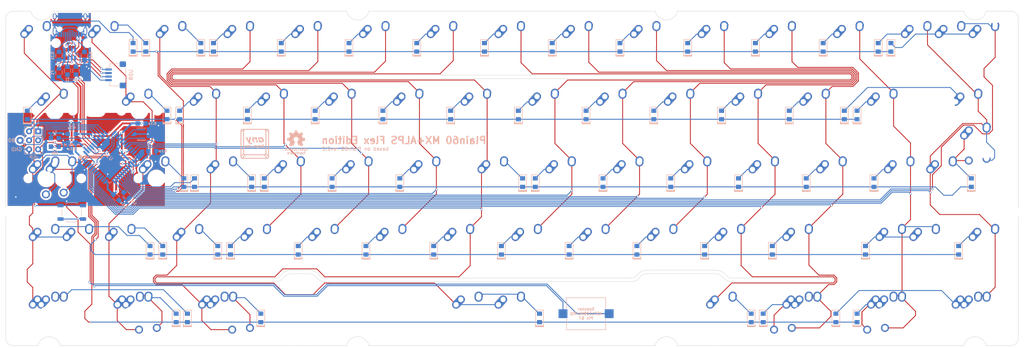
<source format=kicad_pcb>
(kicad_pcb (version 20211014) (generator pcbnew)
  (layers (0 "F.Cu" signal) (31 "B.Cu" signal) (34 "B.Paste" user) (35 "F.Paste" user) (36 "B.SilkS" user "B.Silkscreen") (37 "F.SilkS" user "F.Silkscreen") (38 "B.Mask" user) (39 "F.Mask" user) (44 "Edge.Cuts" user))
  (net 0 "")
  (net 1 "GND")
  (net 2 "VCC")
  (net 3 "row0")
  (net 4 "Net-(D1-Pad2)")
  (net 5 "Net-(D3-Pad2)")
  (net 6 "Net-(D4-Pad2)")
  (net 7 "Net-(D5-Pad2)")
  (net 8 "Net-(D6-Pad2)")
  (net 9 "Net-(D7-Pad2)")
  (net 10 "Net-(D8-Pad2)")
  (net 11 "Net-(D9-Pad2)")
  (net 12 "Net-(D10-Pad2)")
  (net 13 "Net-(D11-Pad2)")
  (net 14 "Net-(D12-Pad2)")
  (net 15 "Net-(D13-Pad2)")
  (net 16 "Net-(D14-Pad2)")
  (net 17 "Net-(D15-Pad2)")
  (net 18 "Net-(D16-Pad2)")
  (net 19 "row1")
  (net 20 "Net-(D17-Pad2)")
  (net 21 "Net-(D18-Pad2)")
  (net 22 "Net-(D19-Pad2)")
  (net 23 "Net-(D20-Pad2)")
  (net 24 "Net-(D21-Pad2)")
  (net 25 "Net-(D22-Pad2)")
  (net 26 "Net-(D23-Pad2)")
  (net 27 "Net-(D24-Pad2)")
  (net 28 "Net-(D25-Pad2)")
  (net 29 "Net-(D26-Pad2)")
  (net 30 "Net-(D27-Pad2)")
  (net 31 "Net-(D28-Pad2)")
  (net 32 "Net-(D29-Pad2)")
  (net 33 "row2")
  (net 34 "Net-(D31-Pad2)")
  (net 35 "Net-(D33-Pad2)")
  (net 36 "Net-(D34-Pad2)")
  (net 37 "Net-(D35-Pad2)")
  (net 38 "Net-(D36-Pad2)")
  (net 39 "Net-(D38-Pad2)")
  (net 40 "Net-(D39-Pad2)")
  (net 41 "Net-(D40-Pad2)")
  (net 42 "Net-(D41-Pad2)")
  (net 43 "Net-(D42-Pad2)")
  (net 44 "Net-(D43-Pad2)")
  (net 45 "Net-(D44-Pad2)")
  (net 46 "row3")
  (net 47 "Net-(D47-Pad2)")
  (net 48 "Net-(D48-Pad2)")
  (net 49 "Net-(D49-Pad2)")
  (net 50 "Net-(D51-Pad2)")
  (net 51 "Net-(D52-Pad2)")
  (net 52 "Net-(D53-Pad2)")
  (net 53 "Net-(D54-Pad2)")
  (net 54 "Net-(D55-Pad2)")
  (net 55 "Net-(D56-Pad2)")
  (net 56 "Net-(D57-Pad2)")
  (net 57 "Net-(D58-Pad2)")
  (net 58 "row4")
  (net 59 "Net-(D62-Pad2)")
  (net 60 "Net-(D63-Pad2)")
  (net 61 "Net-(D67-Pad2)")
  (net 62 "Net-(D71-Pad2)")
  (net 63 "Net-(D72-Pad2)")
  (net 64 "Net-(D73-Pad2)")
  (net 65 "Net-(D74-Pad2)")
  (net 66 "Net-(J1-Pad4)")
  (net 67 "Net-(J1-Pad10)")
  (net 68 "col0")
  (net 69 "col1")
  (net 70 "col2")
  (net 71 "col3")
  (net 72 "col4")
  (net 73 "col5")
  (net 74 "col6")
  (net 75 "col7")
  (net 76 "col8")
  (net 77 "col9")
  (net 78 "col10")
  (net 79 "col11")
  (net 80 "col12")
  (net 81 "col13")
  (net 82 "col14")
  (net 83 "D-")
  (net 84 "D+")
  (net 85 "RST")
  (net 86 "Net-(R6-Pad2)")
  (net 87 "MISO")
  (net 88 "SCK")
  (net 89 "MOSI")
  (net 90 "Net-(H1-Pad1)")
  (net 91 "VBUS")
  (net 92 "Net-(R1-Pad1)")
  (net 93 "Net-(R1-Pad2)")
  (net 94 "Net-(R2-Pad2)")
  (net 95 "Net-(R2-Pad1)")
  (net 96 "Net-(U1-Pad16)")
  (net 97 "Net-(U1-Pad17)")
  (net 98 "Net-(LS1-Pad1)")
  (net 99 "Net-(C1-Pad1)")
  (net 104 "Net-(D2-Pad2)")
  (net 105 "Net-(D32-Pad2)")
  (net 106 "Net-(D37-Pad2)")
  (net 107 "Net-(D50-Pad2)")
  (net 108 "Net-(K59-Pad1)")
  (net 109 "Net-(K46-Pad2)")
  (net 110 "Net-(K61-1-Pad2)")
  (footprint "MX_Alps_Hybrid:MX-1U-NoLED" (layer "F.Cu") (at 76.2 28.575)
    (fp_text reference "K19")
    (fp_text value "KEYSW")
  )
  (footprint "MX_Alps_Hybrid:MX-1U-NoLED" (layer "F.Cu") (at 95.25 28.575)
    (fp_text reference "K20")
    (fp_text value "KEYSW")
  )
  (footprint "MX_Alps_Hybrid:MX-1U-NoLED" (layer "F.Cu") (at 152.4 28.575)
    (fp_text reference "K23")
    (fp_text value "KEYSW")
  )
  (footprint "MX_Alps_Hybrid:MX-1U-NoLED" (layer "F.Cu") (at 171.45 28.575)
    (fp_text reference "K24")
    (fp_text value "KEYSW")
  )
  (footprint "MX_Alps_Hybrid:MX-1U-NoLED" (layer "F.Cu") (at 38.1 28.575)
    (fp_text reference "K17")
    (fp_text value "KEYSW")
  )
  (footprint "MX_Alps_Hybrid:MX-1U-NoLED" (layer "F.Cu") (at 133.35 28.575)
    (fp_text reference "K22")
    (fp_text value "KEYSW")
  )
  (footprint "MX_Alps_Hybrid:MX-1U-NoLED" (layer "F.Cu") (at 114.3 28.575)
    (fp_text reference "K21")
    (fp_text value "KEYSW")
  )
  (footprint "MX_Alps_Hybrid:MX-1U-NoLED" (layer "F.Cu") (at 57.15 28.575)
    (fp_text reference "K18")
    (fp_text value "KEYSW")
  )
  (footprint "MX_Alps_Hybrid:MX-1.5U-NoLED" (layer "F.Cu") (at 14.2875 28.575)
    (fp_text reference "K16")
    (fp_text value "KEYSW")
  )
  (footprint "MX_Alps_Hybrid:MX-2U-NoLED" (layer "F.Cu") (at 266.7 9.525)
    (fp_text reference "K15")
    (fp_text value "KEYSW")
  )
  (footprint "MX_Alps_Hybrid:MX-1U-NoLED" (layer "F.Cu") (at 142.875 9.525)
    (fp_text reference "K8")
    (fp_text value "KEYSW")
  )
  (footprint "MX_Alps_Hybrid:MX-1U-NoLED" (layer "F.Cu") (at 180.975 9.525)
    (fp_text reference "K10")
    (fp_text value "KEYSW")
  )
  (footprint "MX_Alps_Hybrid:MX-1U-NoLED" (layer "F.Cu") (at 257.175 9.525)
    (fp_text reference "K14")
    (fp_text value "KEYSW")
  )
  (footprint "MX_Alps_Hybrid:MX-1U-NoLED" (layer "F.Cu") (at 85.725 9.525)
    (fp_text reference "K5")
    (fp_text value "KEYSW")
  )
  (footprint "MX_Alps_Hybrid:MX-1U-NoLED" (layer "F.Cu") (at 238.125 9.525)
    (fp_text reference "K13")
    (fp_text value "KEYSW")
  )
  (footprint "MX_Alps_Hybrid:MX-1U-NoLED" (layer "F.Cu") (at 219.075 9.525)
    (fp_text reference "K12")
    (fp_text value "KEYSW")
  )
  (footprint "MX_Alps_Hybrid:MX-1U-NoLED" (layer "F.Cu") (at 200.025 9.525)
    (fp_text reference "K11")
    (fp_text value "KEYSW")
  )
  (footprint "MX_Alps_Hybrid:MX-1U-NoLED" (layer "F.Cu") (at 161.925 9.525)
    (fp_text reference "K9")
    (fp_text value "KEYSW")
  )
  (footprint "MX_Alps_Hybrid:MX-1U-NoLED" (layer "F.Cu") (at 123.825 9.525)
    (fp_text reference "K7")
    (fp_text value "KEYSW")
  )
  (footprint "MX_Alps_Hybrid:MX-1U-NoLED" (layer "F.Cu") (at 104.775 9.525)
    (fp_text reference "K6")
    (fp_text value "KEYSW")
  )
  (footprint "MX_Alps_Hybrid:MX-1U-NoLED" (layer "F.Cu") (at 66.675 9.525)
    (fp_text reference "K4")
    (fp_text value "KEYSW")
  )
  (footprint "MX_Alps_Hybrid:MX-1U-NoLED" (layer "F.Cu") (at 28.575 9.525)
    (fp_text reference "K2")
    (fp_text value "KEYSW")
  )
  (footprint "MX_Alps_Hybrid:MX-1U-NoLED" (layer "F.Cu") (at 9.525 9.525)
    (fp_text reference "K1")
    (fp_text value "KEYSW")
  )
  (footprint "MX_Alps_Hybrid:MX-1U-NoLED" (layer "F.Cu") (at 47.625 9.525)
    (fp_text reference "K3")
    (fp_text value "KEYSW")
  )
  (footprint "MX_Alps_Hybrid:MX-1U-NoLED" (layer "F.Cu") (at 38.1 85.725)
    (fp_text reference "K62-1")
    (fp_text value "KEYSW")
  )
  (footprint "MX_Alps_Hybrid:MX-1.25U-NoLED" (layer "F.Cu") (at 202.40625 85.725)
    (fp_text reference "K71")
    (fp_text value "KEYSW")
  )
  (footprint "MX_Alps_Hybrid:MX-1U-NoLED" (layer "F.Cu") (at 147.6375 66.675)
    (fp_text reference "K53")
    (fp_text value "KEYSW")
  )
  (footprint "MX_Alps_Hybrid:MX-1.75U-NoLED" (layer "F.Cu") (at 250.03146 66.675056)
    (fp_text reference "K58-1")
    (fp_text value "KEYSW")
  )
  (footprint "MX_Alps_Hybrid:MX-1.25U-NoLED" (layer "F.Cu") (at 11.90625 47.625)
    (fp_text reference "K31-1")
    (fp_text value "KEYSW")
  )
  (footprint "MX_Alps_Hybrid:MX-1U-NoLED" (layer "F.Cu") (at 223.8375 66.675)
    (fp_text reference "K57")
    (fp_text value "KEYSW")
  )
  (footprint "MX_Alps_Hybrid:MX-1U-NoLED" (layer "F.Cu") (at 166.6875 66.675)
    (fp_text reference "K54")
    (fp_text value "KEYSW")
  )
  (footprint "MX_Alps_Hybrid:MX-1U-NoLED" (layer "F.Cu") (at 204.7875 66.675)
    (fp_text reference "K56")
    (fp_text value "KEYSW")
  )
  (footprint "MX_Alps_Hybrid:MX-1U-NoLED" (layer "F.Cu") (at 128.5875 66.675)
    (fp_text reference "K52")
    (fp_text value "KEYSW")
  )
  (footprint "MX_Alps_Hybrid:MX-1U-NoLED" (layer "F.Cu") (at 185.7375 66.675)
    (fp_text reference "K55")
    (fp_text value "KEYSW")
  )
  (footprint "MX_Alps_Hybrid:MX-1.5U-NoLED" (layer "F.Cu") (at 14.2875 85.725)
    (fp_text reference "K61-1")
    (fp_text value "KEYSW")
  )
  (footprint "MX_Alps_Hybrid:MX-1.25U-NoLED" (layer "F.Cu") (at 11.90625 66.675)
    (fp_text reference "K46-1")
    (fp_text value "KEYSW")
  )
  (footprint "MX_Alps_Hybrid:MX-1U-NoLED" (layer "F.Cu") (at 276.225 9.525)
    (fp_text reference "K15-1")
    (fp_text value "KEYSW")
  )
  (footprint "MX_Alps_Hybrid:MX-1.25U-NoLED" (layer "F.Cu") (at 273.84375 85.725072)
    (fp_text reference "K74")
    (fp_text value "KEYSW")
  )
  (footprint "MX_Alps_Hybrid:MX-1.25U-NoLED" (layer "F.Cu") (at 250.03125 85.725)
    (fp_text reference "K73")
    (fp_text value "KEYSW")
  )
  (footprint "MX_Alps_Hybrid:MX-1U-NoLED" (layer "F.Cu") (at 247.65 28.575)
    (fp_text reference "K28")
    (fp_text value "KEYSW")
  )
  (footprint "MX_Alps_Hybrid:MX-1U-NoLED" (layer "F.Cu") (at 52.3875 66.675)
    (fp_text reference "K48")
    (fp_text value "KEYSW")
  )
  (footprint "MX_Alps_Hybrid:MX-1U-NoLED" (layer "F.Cu") (at 190.5 28.575)
    (fp_text reference "K25")
    (fp_text value "KEYSW")
  )
  (footprint "MX_Alps_Hybrid:MX-1U-NoLED" (layer "F.Cu") (at 119.0625 47.625)
    (fp_text reference "K36")
    (fp_text value "KEYSW")
  )
  (footprint "MX_Alps_Hybrid:MX-1U-NoLED" (layer "F.Cu") (at 61.9125 47.625)
    (fp_text reference "K33")
    (fp_text value "KEYSW")
  )
  (footprint "MX_Alps_Hybrid:MX-1.25U-NoLED" (layer "F.Cu") (at 59.53125 85.725)
    (fp_text reference "K63")
    (fp_text value "KEYSW")
  )
  (footprint "MX_Alps_Hybrid:MX-2.25U-NoLED" (layer "F.Cu") (at 264.31875 47.625)
    (fp_text reference "K44")
    (fp_text value "KEYSW")
  )
  (footprint "MX_Alps_Hybrid:MX-1.25U-NoLED" (layer "F.Cu") (at 226.21875 85.725)
    (fp_text reference "K72")
    (fp_text value "KEYSW")
  )
  (footprint "MX_Alps_Hybrid:MX-1U-NoLED" (layer "F.Cu") (at 276.225 66.675)
    (fp_text reference "K59")
    (fp_text value "KEYSW")
  )
  (footprint "MX_Alps_Hybrid:MX-1U-NoLED" (layer "F.Cu") (at 176.2125 47.625)
    (fp_text reference "K39")
    (fp_text value "KEYSW")
  )
  (footprint "MX_Alps_Hybrid:MX-1.25U-NoLED" (layer "F.Cu") (at 11.90625 85.725)
    (fp_text reference "K61")
    (fp_text value "KEYSW")
  )
  (footprint "MX_Alps_Hybrid:MX-1.5U-NoLED" (layer "F.Cu") (at 271.4625 28.575)
    (fp_text reference "K29")
    (fp_text value "KEYSW")
  )
  (footprint "MX_Alps_Hybrid:MX-1U-NoLED" (layer "F.Cu") (at 228.6 28.575)
    (fp_text reference "K27")
    (fp_text value "KEYSW")
  )
  (footprint "MX_Alps_Hybrid:MX-1.5U-NoLED" (layer "F.Cu") (at 61.9125 85.725)
    (fp_text reference "K63-1")
    (fp_text value "KEYSW")
  )
  (footprint "MX_Alps_Hybrid:MX-1U-NoLED" (layer "F.Cu") (at 90.4875 66.675)
    (fp_text reference "K50")
    (fp_text value "KEYSW")
  )
  (footprint "MX_Alps_Hybrid:MX-1U-NoLED" (layer "F.Cu") (at 80.9625 47.625)
    (fp_text reference "K34")
    (fp_text value "KEYSW")
  )
  (footprint "MX_Alps_Hybrid:MX-1U-NoLED" (layer "F.Cu") (at 33.3375 66.675)
    (fp_text reference "K47")
    (fp_text value "KEYSW")
  )
  (footprint "MX_Alps_Hybrid:MX-1.5U-NoLED" (layer "F.Cu") (at 252.4125 47.625)
    (fp_text reference "K43")
    (fp_text value "KEYSW")
  )
  (footprint "MX_Alps_Hybrid:MX-1U-NoLED" (layer "F.Cu") (at 157.1625 47.625)
    (fp_text reference "K38")
    (fp_text value "KEYSW")
  )
  (footprint "MX_Alps_Hybrid:MX-1U-NoLED" (layer "F.Cu") (at 100.0125 47.625)
    (fp_text reference "K35")
    (fp_text value "KEYSW")
  )
  (footprint "MX_Alps_Hybrid:MX-1U-NoLED" (layer "F.Cu") (at 42.8625 47.625)
    (fp_text reference "K32")
    (fp_text value "KEYSW")
  )
  (footprint "MX_Alps_Hybrid:MX-1U-NoLED" (layer "F.Cu") (at 195.2625 47.625)
    (fp_text reference "K40")
    (fp_text value "KEYSW")
  )
  (footprint "MX_Alps_Hybrid:MX-2.25U-NoLED" (layer "F.Cu") (at 21.43125 66.675)
    (fp_text reference "K46")
    (fp_text value "KEYSW")
  )
  (footprint "MX_Alps_Hybrid:MX-1U-NoLED" (layer "F.Cu") (at 233.3625 47.625)
    (fp_text reference "K42")
    (fp_text value "KEYSW")
  )
  (footprint "MX_Alps_Hybrid:MX-1U-NoLED" (layer "F.Cu") (at 214.3125 47.625)
    (fp_text reference "K41")
    (fp_text value "KEYSW")
  )
  (footprint "MX_Alps_Hybrid:MX-1U-NoLED" (layer "F.Cu") (at 209.55 28.575)
    (fp_text reference "K26")
    (fp_text value "KEYSW")
  )
  (footprint "MX_Alps_Hybrid:MX-1U-NoLED" (layer "F.Cu") (at 138.1125 47.625)
    (fp_text reference "K37")
    (fp_text value "KEYSW")
  )
  (footprint "MX_Alps_Hybrid:MX-1.75U-NoLED" (layer "F.Cu") (at 16.66875 47.625)
    (fp_text reference "K31")
    (fp_text value "KEYSW")
  )
  (footprint "MX_Alps_Hybrid:MX-1U-NoLED" (layer "F.Cu") (at 109.5375 66.675)
    (fp_text reference "K51")
    (fp_text value "KEYSW")
  )
  (footprint "MX_Alps_Hybrid:MX-1U-NoLED" (layer "F.Cu") (at 247.65 85.725)
    (fp_text reference "K73-1")
    (fp_text value "KEYSW")
  )
  (footprint "MX_Alps_Hybrid:MX-1.25U-NoLED" (layer "F.Cu") (at 35.71875 85.725)
    (fp_text reference "K62")
    (fp_text value "KEYSW")
  )
  (footprint "MX_Alps_Hybrid:MX-1U-NoLED" (layer "F.Cu") (at 71.4375 66.675)
    (fp_text reference "K49")
    (fp_text value "KEYSW")
  )
  (footprint "MX_Alps_Hybrid:MX-1.5U-NoLED" (layer "F.Cu") (at 223.8375 85.725)
    (fp_text reference "K72-1")
    (fp_text value "KEYSW")
  )
  (footprint "MX_Alps_Hybrid:MX-1.5U-NoLED" (layer "F.Cu") (at 271.462728 85.725072)
    (fp_text reference "K74-1")
    (fp_text value "KEYSW")
  )
  (footprint "footprints:10x5_7x2.5mm" (layer "F.Cu") (at 2.381252 57.125)
    (fp_text reference "S4" hide)
    (fp_text value "Screw")
  )
  (footprint "footprints:10x5_7x2.5mm" (layer "F.Cu") (at 283.368988 57.125)
    (fp_text reference "S5" hide)
    (fp_text value "Screw")
  )
  (footprint "MX_Alps_Hybrid:MX-2.75U-NoLED" (layer "F.Cu") (at 259.556468 66.675)
    (fp_text reference "K58")
    (fp_text value "KEYSW")
  )
  (footprint "MX_Alps_Hybrid:MX-6.25U-ReversedStabilizers-NoLED" (layer "F.Cu") (at 130.96875 85.725)
    (fp_text reference "K67")
    (fp_text value "KEYSW")
  )
  (footprint "footprints:5.5_5x2.5mm" (layer "F.Cu") (at 26.625 85.725072)
    (fp_text reference "S8" hide)
    (fp_text value "Tofu screw")
  )
  (footprint "footprints:5.5_5x2.5mm" (layer "F.Cu") (at 142.875 37.75)
    (fp_text reference "S7" hide)
    (fp_text value "Tofu screw")
  )
  (footprint "footprints:5.5_5x2.5mm" (layer "F.Cu") (at 260.43 85.725072)
    (fp_text reference "S9" hide)
    (fp_text value "Tofu screw")
  )
  (footprint "footprints:5.5_5x2.5mm" (layer "F.Cu") (at 260.425 28.22705)
    (fp_text reference "S2" hide)
    (fp_text value "Screw")
  )
  (footprint "footprints:5.5_5x2.5mm" (layer "F.Cu") (at 25.6 28.575024)
    (fp_text reference "S1" hide)
    (fp_text value "Screw")
  )
  (footprint "footprints:5.5_5x2.5mm" (layer "F.Cu") (at 128.587608 47.42504)
    (fp_text reference "S3" hide)
    (fp_text value "Screw")
  )
  (footprint "footprints:5.5_5x2.5mm" (layer "F.Cu") (at 190.50016 85.525)
    (fp_text reference "S6" hide)
    (fp_text value "Screw")
  )
  (footprint "MX_Alps_Hybrid:MX-7U-ReversedStabilizers-NoLED" (layer "F.Cu") (at 142.875 85.725)
    (fp_text reference "K67-1")
    (fp_text value "KEYSW")
  )
  (footprint "MX_Alps_Hybrid:MX-ISO-FLIPPED-ReversedStabilizers" (layer "F.Cu") (at 273.84375 38.1)
    (fp_text reference "K44-1")
    (fp_text value "KEYSW")
  )
  (footprint "Alps_Only:ALPS-1.25U" (layer "F.Cu") (at 245.26875 85.725 180)
    (fp_text reference "K73-2")
    (fp_text value "KEYSW")
  )
  (footprint "Alps_Only:ALPS-1.5U" (layer "F.Cu") (at 66.675 85.725 180)
    (fp_text reference "K63-2")
    (fp_text value "KEYSW")
  )
  (footprint "Alps_Only:ALPS-1.25U" (layer "F.Cu") (at 40.48125 85.725 180)
    (fp_text reference "K62-2")
    (fp_text value "KEYSW")
  )
  (footprint "Alps_Only:ALPS-1.5U" (layer "F.Cu") (at 14.2875 47.625 180)
    (fp_text reference "K31-2")
    (fp_text value "KEYSW")
  )
  (footprint "Alps_Only:ALPS-1.5U" (layer "F.Cu") (at 219.075 85.725 180)
    (fp_text reference "K72-2")
    (fp_text value "KEYSW")
  )
  (footprint "Keeb_components:D_0805" (layer "B.Cu") (at 239.911139 86.915698 90)
    (fp_text reference "D73")
    (fp_text value "D" hide)
  )
  (footprint "Keeb_components:D_0805" (layer "B.Cu") (at 213.51875 86.915625 90)
    (fp_text reference "D72")
    (fp_text value "D" hide)
  )
  (footprint "Keeb_components:D_0805" (layer "B.Cu") (at 210.145489 86.915698 90)
    (fp_text reference "D71")
    (fp_text value "D" hide)
  )
  (footprint "Keeb_components:D_0805" (layer "B.Cu") (at 150.614189 86.915698 90)
    (fp_text reference "D67")
    (fp_text value "D" hide)
  )
  (footprint "Keeb_components:D_0805" (layer "B.Cu") (at 72.23125 86.915625 90)
    (fp_text reference "D63")
    (fp_text value "D" hide)
  )
  (footprint "Keeb_components:D_0805" (layer "B.Cu") (at 268.486163 67.865682 90)
    (fp_text reference "D59")
    (fp_text value "D" hide)
  )
  (footprint "Keeb_components:D_0805" (layer "B.Cu") (at 242.292391 67.865682 90)
    (fp_text reference "D58")
    (fp_text value "D" hide)
  )
  (footprint "Keeb_components:D_0805" (layer "B.Cu") (at 216.098619 67.865682 90)
    (fp_text reference "D57")
    (fp_text value "D" hide)
  )
  (footprint "Keeb_components:D_0805" (layer "B.Cu") (at 197.048603 67.865682 90)
    (fp_text reference "D56")
    (fp_text value "D" hide)
  )
  (footprint "Keeb_components:D_0805" (layer "B.Cu") (at 139.898555 67.865682 90)
    (fp_text reference "D53")
    (fp_text value "D" hide)
  )
  (footprint "Keeb_components:D_0805" (layer "B.Cu") (at 101.798523 67.865682 90)
    (fp_text reference "D51")
    (fp_text value "D" hide)
  )
  (footprint "Keeb_components:D_0805" (layer "B.Cu") (at 82.748507 67.865682 90)
    (fp_text reference "D50")
    (fp_text value "D" hide)
  )
  (footprint "Keeb_components:D_0805" (layer "B.Cu") (at 220.861123 29.76565 90)
    (fp_text reference "D27")
    (fp_text value "D" hide)
  )
  (footprint "Keeb_components:D_0805" (layer "B.Cu") (at 225.623627 48.815666 90)
    (fp_text reference "D42")
    (fp_text value "D" hide)
  )
  (footprint "Keeb_components:D_0805" (layer "B.Cu") (at 49.410979 29.76565 90)
    (fp_text reference "D18")
    (fp_text value "D" hide)
  )
  (footprint "Keeb_components:D_0805" (layer "B.Cu") (at 182.761091 29.76565 90)
    (fp_text reference "D25")
    (fp_text value "D" hide)
  )
  (footprint "Keeb_components:D_0805" (layer "B.Cu") (at 206.573611 48.815666 90)
    (fp_text reference "D41")
    (fp_text value "D" hide)
  )
  (footprint "Keeb_components:D_0805" (layer "B.Cu") (at 111.323531 48.815666 90)
    (fp_text reference "D36")
    (fp_text value "D" hide)
  )
  (footprint "Keeb_components:D_0805" (layer "B.Cu") (at 53.57817 48.815666 90)
    (fp_text reference "D31")
    (fp_text value "D" hide)
  )
  (footprint "Keeb_components:D_0805" (layer "B.Cu") (at 187.523595 48.815666 90)
    (fp_text reference "D40")
    (fp_text value "D" hide)
  )
  (footprint "Keeb_components:D_0805" (layer "B.Cu") (at 145.851685 48.815666 90)
    (fp_text reference "D37")
    (fp_text value "D" hide)
  )
  (footprint "Keeb_components:D_0805" (layer "B.Cu") (at 50.601605 48.815666 90)
    (fp_text reference "D32")
    (fp_text value "D" hide)
  )
  (footprint "Keeb_components:D_0805" (layer "B.Cu") (at 73.223499 48.815666 90)
    (fp_text reference "D34")
    (fp_text value "D" hide)
  )
  (footprint "Keeb_components:D_0805" (layer "B.Cu") (at 106.561027 29.76565 90)
    (fp_text reference "D21")
    (fp_text value "D" hide)
  )
  (footprint "Keeb_components:D_0805" (layer "B.Cu") (at 201.811107 29.76565 90)
    (fp_text reference "D26")
    (fp_text value "D" hide)
  )
  (footprint "Keeb_components:D_0805" (layer "B.Cu") (at 125.611043 29.76565 90)
    (fp_text reference "D22")
    (fp_text value "D" hide)
  )
  (footprint "Keeb_components:D_0805" (layer "B.Cu") (at 163.711075 29.76565 90)
    (fp_text reference "D24")
    (fp_text value "D" hide)
  )
  (footprint "Keeb_components:D_0805" (layer "B.Cu") (at 244.673643 48.815666 90)
    (fp_text reference "D43")
    (fp_text value "D" hide)
  )
  (footprint "Keeb_components:D_0805" (layer "B.Cu") (at 149.423563 48.815666 90)
    (fp_text reference "D38")
    (fp_text value "D" hide)
  )
  (footprint "Keeb_components:D_0805" (layer "B.Cu") (at 92.273515 48.815666 90)
    (fp_text reference "D35")
    (fp_text value "D" hide)
  )
  (footprint "Keeb_components:D_0805" (layer "B.Cu") (at 60.126613 67.865682 90)
    (fp_text reference "D48")
    (fp_text value "D" hide)
  )
  (footprint "Keeb_components:D_0805" (layer "B.Cu") (at 158.948571 67.865682 90)
    (fp_text reference "D54")
    (fp_text value "D" hide)
  )
  (footprint "Keeb_components:D_0805" (layer "B.Cu") (at 272.058041 48.815666 90)
    (fp_text reference "D44")
    (fp_text value "D" hide)
  )
  (footprint "Keeb_components:D_0805" (layer "B.Cu") (at 48.41875 86.915625 90)
    (fp_text reference "D62")
    (fp_text value "D" hide)
  )
  (footprint "Keeb_components:D_0805" (layer "B.Cu") (at 168.473579 48.815666 90)
    (fp_text reference "D39")
    (fp_text value "D" hide)
  )
  (footprint "Keeb_components:D_0805" (layer "B.Cu") (at 87.511011 29.76565 90)
    (fp_text reference "D20")
    (fp_text value "D" hide)
  )
  (footprint "Keeb_components:D_0805" (layer "B.Cu") (at 239.911139 29.76565 90)
    (fp_text reference "D28")
    (fp_text value "D" hide)
  )
  (footprint "Keeb_components:D_0805" (layer "B.Cu") (at 69.651621 48.815666 90)
    (fp_text reference "D33")
    (fp_text value "D" hide)
  )
  (footprint "Keeb_components:D_0805" (layer "B.Cu") (at 144.661059 29.76565 90)
    (fp_text reference "D23")
    (fp_text value "D" hide)
  )
  (footprint "Keeb_components:D_0805" (layer "B.Cu") (at 177.998587 67.865682 90)
    (fp_text reference "D55")
    (fp_text value "D" hide)
  )
  (footprint "Keeb_components:D_0805" (layer "B.Cu") (at 120.848539 67.865682 90)
    (fp_text reference "D52")
    (fp_text value "D" hide)
  )
  (footprint "Keeb_components:D_0805" (layer "B.Cu") (at 68.460995 29.76565 90)
    (fp_text reference "D19")
    (fp_text value "D" hide)
  )
  (footprint "Keeb_components:ATMEGA32U4" (layer "B.Cu") (at 29.76565 41.67191 -45)
    (fp_text reference "U1")
    (fp_text value "ATmega32U4")
  )
  (footprint "Keeb_components:Resonator_SMD_muRata_CSTNExxV-3Pin-p1.2" (layer "B.Cu") (at 38.695345 35.123467 90)
    (fp_text reference "X1" hide)
    (fp_text value "XTAL_GND")
  )
  (footprint "Button_Switch_SMD:SW_SPST_TL3342" (layer "B.Cu") (at 19.050016 57.173483)
    (fp_text reference "SW1" hide)
    (fp_text value "SW_PUSH" hide)
  )
  (footprint "Keeb_components:R_0805" (layer "B.Cu") (at 34.489688 52.349078 135)
    (fp_text reference "R6" hide)
    (fp_text value "10k")
  )
  (footprint "Keeb_components:D_0805" (layer "B.Cu") (at 173.236083 10.715634 90)
    (fp_text reference "D10")
    (fp_text value "D" hide)
  )
  (footprint "Keeb_components:D_0805" (layer "B.Cu") (at 245.864269 10.715634 90)
    (fp_text reference "D14")
    (fp_text value "D" hide)
  )
  (footprint "Keeb_components:D_0805" (layer "B.Cu") (at 154.186067 10.715634 90)
    (fp_text reference "D9")
    (fp_text value "D" hide)
  )
  (footprint "Keeb_components:D_0805" (layer "B.Cu") (at 230.386131 10.715634 90)
    (fp_text reference "D13")
    (fp_text value "D" hide)
  )
  (footprint "Keeb_components:D_0805" (layer "B.Cu") (at 192.286099 10.715634 90)
    (fp_text reference "D11")
    (fp_text value "D" hide)
  )
  (footprint "Keeb_components:D_0805" (layer "B.Cu") (at 249.436144 10.715634 90)
    (fp_text reference "D15")
    (fp_text value "D" hide)
  )
  (footprint "Keeb_components:D_0805" (layer "B.Cu") (at 45.839101 29.76565 90)
    (fp_text reference "D17")
    (fp_text value "D" hide)
  )
  (footprint "Keeb_components:D_0805" (layer "B.Cu") (at 6.548443 29.76565 90)
    (fp_text reference "D16")
    (fp_text value "D" hide)
  )
  (footprint "Keeb_components:D_0805" (layer "B.Cu") (at 211.336115 10.715634 90)
    (fp_text reference "D12")
    (fp_text value "D" hide)
  )
  (footprint "Keeb_components:D_0805" (layer "B.Cu") (at 116.086035 10.715634 90)
    (fp_text reference "D7")
    (fp_text value "D" hide)
  )
  (footprint "Keeb_components:D_0805" (layer "B.Cu") (at 55.364109 10.715634 90)
    (fp_text reference "D3")
    (fp_text value "D" hide)
  )
  (footprint "Keeb_components:D_0805" (layer "B.Cu") (at 77.986003 10.715634 90)
    (fp_text reference "D5")
    (fp_text value "D" hide)
  )
  (footprint "Keeb_components:D_0805" (layer "B.Cu") (at 135.136051 10.715634 90)
    (fp_text reference "D8")
    (fp_text value "D" hide)
  )
  (footprint "Keeb_components:D_0805" (layer "B.Cu") (at 97.036019 10.715634 90)
    (fp_text reference "D6")
    (fp_text value "D" hide)
  )
  (footprint "Keeb_components:D_0805" (layer "B.Cu") (at 58.935987 10.715634 90)
    (fp_text reference "D4")
    (fp_text value "D" hide)
  )
  (footprint "footprints:oshw" (layer "B.Cu") (at 82.153194 37.504719 180)
    (fp_text reference "G***" hide)
    (fp_text value "LOGO" hide)
  )
  (footprint "footprints:free_pin" (layer "B.Cu") (at 4.524382 36.909406)
    (fp_text reference "H1" hide)
    (fp_text value "B0")
  )
  (footprint "Keeb_components:D_0805" (layer "B.Cu") (at 233.958009 86.915698 90)
    (fp_text reference "D74")
    (fp_text value "D" hide)
  )
  (footprint "Keeb_components:R_0805" (layer "B.Cu") (at 17.85939 17.264077 90)
    (fp_text reference "R1" hide)
    (fp_text value "22")
  )
  (footprint "Keeb_components:HRO-TYPE-C-31-M-12" (layer "B.Cu") (at 18.568 -0.62)
    (fp_text reference "J1")
    (fp_text value "HRO-TYPE-C-31-M-12")
  )
  (footprint "Keeb_components:D_0805" (layer "B.Cu") (at 63.698491 67.865682 90)
    (fp_text reference "D49")
    (fp_text value "D" hide)
  )
  (footprint "Keeb_components:C_0805" (layer "B.Cu") (at 38.695345 32.146902 180)
    (fp_text reference "C4")
    (fp_text value "0.1u")
  )
  (footprint "Keeb_components:C_0805" (layer "B.Cu") (at 19.050016 37.504719)
    (fp_text reference "C5")
    (fp_text value "0.1u")
  )
  (footprint "Keeb_components:D_0805" (layer "B.Cu") (at 41.076597 67.865682 90)
    (fp_text reference "D46")
    (fp_text value "D" hide)
  )
  (footprint "Keeb_components:D_0805" (layer "B.Cu") (at 236.339261 29.76565 90)
    (fp_text reference "D29")
    (fp_text value "D" hide)
  )
  (footprint "Keeb_components:R_0805" (layer "B.Cu") (at 15.478138 17.85939 90)
    (fp_text reference "F1")
    (fp_text value "Polyfuse" hide)
  )
  (footprint "Keeb_components:D_0805" (layer "B.Cu") (at 36.314093 10.715634 90)
    (fp_text reference "D1")
    (fp_text value "D" hide)
  )
  (footprint "Keeb_components:D_0805" (layer "B.Cu") (at 44.648475 67.865682 90)
    (fp_text reference "D47")
    (fp_text value "D" hide)
  )
  (footprint "Keeb_components:R_0805" (layer "B.Cu") (at 20.240642 17.264077 -90)
    (fp_text reference "R2" hide)
    (fp_text value "22")
  )
  (footprint "Keeb_components:C_0805" (layer "B.Cu") (at 14.287512 36.314093 180)
    (fp_text reference "C1")
    (fp_text value "1u")
  )
  (footprint "Keeb_components:C_0805" (layer "B.Cu") (at 41.67191 39.885971 180)
    (fp_text reference "C2")
    (fp_text value "0.1u")
  )
  (footprint "Keeb_components:R_0805" (layer "B.Cu") (at 14.287512 38.695345 180)
    (fp_text reference "R5" hide)
    (fp_text value "10k")
  )
  (footprint "Keeb_components:R_0805" (layer "B.Cu") (at 22.621894 13.096886 -90)
    (fp_text reference "R4" hide)
    (fp_text value "5.1k")
  )
  (footprint "Keeb_components:D_0805" (layer "B.Cu") (at 39.885971 10.715634 90)
    (fp_text reference "D2")
    (fp_text value "D" hide)
  )
  (footprint "Keeb_components:D_0805" (layer "B.Cu") (at 51.59375 86.915625 90)
    (fp_text reference "D61")
    (fp_text value "D" hide)
  )
  (footprint "Keeb_components:USBLC6-2SC6" (layer "B.Cu") (at 19.050016 12.501573)
    (fp_text reference "U2" hide)
    (fp_text value "USBLC6-2SC6")
  )
  (footprint "Keeb_components:isp_standard" (layer "B.Cu") (at 8.334382 36.909406 180)
    (fp_text reference "J2" hide)
    (fp_text value "ISP")
  )
  (footprint "Keeb_components:R_0805" (layer "B.Cu") (at 15.478138 13.096886 90)
    (fp_text reference "R3" hide)
    (fp_text value "5.1k")
  )
  (footprint "Keeb_components:logo_new" (layer "B.Cu") (at 70.533862 37.885968 180)
    (fp_text reference "G***" hide)
    (fp_text value "LOGO" hide)
  )
  (footprint "Keeb_components:JST_SH_SM04B-SRSS-TB_1x04-1MP_P1.00mm_Horizontal" (layer "B.Cu") (at 31.551589 18.454703 -90)
    (fp_text reference "J3" hide)
    (fp_text value "ai03_ud" hide)
  )
  (footprint "Keeb_components:speaker_AST1109MLTRQ" (layer "B.Cu") (at 163.711075 85.725072)
    (fp_text reference "LS1" hide)
    (fp_text value "Speaker")
  )
  (footprint "Keeb_components:C_0805" (layer "B.Cu") (at 19.050016 35.123467)
    (fp_text reference "C6")
    (fp_text value "4.7u")
  )
  (footprint "Keeb_components:C_0805" (layer "B.Cu") (at 31.551589 52.982857 135)
    (fp_text reference "C3")
    (fp_text value "0.1u")
  )
  (gr_arc (start 237.625192 18.550008) (mid 238.12532 19.050136) (end 237.625192 19.550264) (layer "Edge.Cuts") (width 0.1))
  (gr_arc (start 9.525008 94.725008) (mid 12.675008 92.225008) (end 15.825008 94.725008) (layer "Edge.Cuts") (width 0.1))
  (gr_arc (start 48.126422 19.550136) (mid 47.626422 19.050136) (end 48.126422 18.550136) (layer "Edge.Cuts") (width 0.1))
  (gr_arc (start 90.115786 75.700068) (mid 89.439159 75.53879) (end 88.908032 75.089636) (layer "Edge.Cuts") (width 0.1))
  (gr_arc (start 90.115786 76.700063) (mid 88.990155 76.432316) (end 88.105632 75.686426) (layer "Edge.Cuts") (width 0.1))
  (gr_line (start 96.325006 94.725008) (end 15.825008 94.725008) (layer "Edge.Cuts") (width 0.1))
  (gr_arc (start 200.056947 73.470061) (mid 201.857958 73.898456) (end 203.273197 75.091881) (layer "Edge.Cuts") (width 0.1))
  (gr_arc (start 78.518758 75.686427) (mid 77.634234 76.432316) (end 76.508604 76.700062) (layer "Edge.Cuts") (width 0.1))
  (gr_line (start 183.125008 94.725006) (end 102.625008 94.725006) (layer "Edge.Cuts") (width 0.1))
  (gr_arc (start 177.789524 75.093476) (mid 177.259104 75.539862) (end 176.584611 75.700064) (layer "Edge.Cuts") (width 0.1))
  (gr_arc (start 183.125008 94.725006) (mid 186.275009 92.225007) (end 189.425008 94.725008) (layer "Edge.Cuts") (width 0.1))
  (gr_line (start 102.625008 0.525008) (end 183.125008 0.525008) (layer "Edge.Cuts") (width 0.1))
  (gr_arc (start 204.479287 75.700059) (mid 203.803911 75.539412) (end 203.273198 75.091881) (layer "Edge.Cuts") (width 0.1))
  (gr_arc (start 276.225231 0.525009) (mid 273.075034 3.025225) (end 269.924797 0.52506) (layer "Edge.Cuts") (width 0.1))
  (gr_line (start 0.525008 2.525008) (end 0.525008 92.725008) (layer "Edge.Cuts") (width 0.1))
  (gr_line (start 181.006946 74.470069) (end 200.056946 74.470064) (layer "Edge.Cuts") (width 0.1))
  (gr_arc (start 13.825008 0.525008) (mid 10.675008 3.025008) (end 7.525008 0.525008) (layer "Edge.Cuts") (width 0.1))
  (gr_arc (start 283.225008 0.525007) (mid 284.639222 1.110793) (end 285.225008 2.525007) (layer "Edge.Cuts") (width 0.1))
  (gr_line (start 269.925008 94.725006) (end 189.425008 94.725008) (layer "Edge.Cuts") (width 0.1))
  (gr_line (start 48.126422 19.550136) (end 237.625192 19.550136) (layer "Edge.Cuts") (width 0.1))
  (gr_line (start 43.363195 75.700064) (end 76.508604 75.700064) (layer "Edge.Cuts") (width 0.1))
  (gr_arc (start 269.925008 94.725006) (mid 273.075009 92.225007) (end 276.225008 94.725008) (layer "Edge.Cuts") (width 0.1))
  (gr_arc (start 178.594765 75.686429) (mid 177.710242 76.432317) (end 176.584612 76.700064) (layer "Edge.Cuts") (width 0.1))
  (gr_arc (start 285.225008 92.725008) (mid 284.639222 94.139222) (end 283.225008 94.725008) (layer "Edge.Cuts") (width 0.1))
  (gr_line (start 181.006946 73.470067) (end 200.056947 73.470061) (layer "Edge.Cuts") (width 0.1))
  (gr_line (start 283.225008 94.725008) (end 276.225008 94.725008) (layer "Edge.Cuts") (width 0.1))
  (gr_arc (start 177.789524 75.093476) (mid 179.205054 73.898907) (end 181.006946 73.470067) (layer "Edge.Cuts") (width 0.1))
  (gr_line (start 43.363195 76.700064) (end 76.508604 76.700063) (layer "Edge.Cuts") (width 0.1))
  (gr_line (start 176.584611 75.700064) (end 90.115786 75.700069) (layer "Edge.Cuts") (width 0.1))
  (gr_arc (start 77.714697 75.091882) (mid 79.129936 73.898458) (end 80.930946 73.470063) (layer "Edge.Cuts") (width 0.1))
  (gr_line (start 285.225008 92.725008) (end 285.225008 2.525007) (layer "Edge.Cuts") (width 0.1))
  (gr_arc (start 178.594765 75.686429) (mid 179.656192 74.791364) (end 181.006946 74.470069) (layer "Edge.Cuts") (width 0.1))
  (gr_arc (start 204.479287 76.700066) (mid 203.353655 76.432319) (end 202.469132 75.686428) (layer "Edge.Cuts") (width 0.1))
  (gr_arc (start 2.525007 94.725007) (mid 1.110794 94.139221) (end 0.525008 92.725008) (layer "Edge.Cuts") (width 0.1))
  (gr_line (start 80.930946 74.470063) (end 85.693446 74.470064) (layer "Edge.Cuts") (width 0.1))
  (gr_arc (start 96.325006 94.725008) (mid 99.475007 92.225007) (end 102.625008 94.725008) (layer "Edge.Cuts") (width 0.1))
  (gr_arc (start 78.518759 75.686428) (mid 79.580188 74.79136) (end 80.930946 74.470063) (layer "Edge.Cuts") (width 0.1))
  (gr_line (start 232.862718 75.7) (end 204.479287 75.70006) (layer "Edge.Cuts") (width 0.1))
  (gr_line (start 9.525008 94.725008) (end 2.525007 94.725008) (layer "Edge.Cuts") (width 0.1))
  (gr_arc (start 200.056946 74.470064) (mid 201.407703 74.79136) (end 202.469132 75.686428) (layer "Edge.Cuts") (width 0.1))
  (gr_arc (start 189.425008 0.52501) (mid 186.275007 3.025009) (end 183.125008 0.525008) (layer "Edge.Cuts") (width 0.1))
  (gr_arc (start 77.714696 75.091882) (mid 77.183982 75.539415) (end 76.508604 75.700063) (layer "Edge.Cuts") (width 0.1))
  (gr_arc (start 232.862718 75.7) (mid 233.362718 76.2) (end 232.862718 76.7) (layer "Edge.Cuts") (width 0.1))
  (gr_arc (start 85.693446 74.470064) (mid 87.044203 74.79136) (end 88.105631 75.686427) (layer "Edge.Cuts") (width 0.1))
  (gr_line (start 189.425008 0.52501) (end 269.924797 0.525059) (layer "Edge.Cuts") (width 0.1))
  (gr_line (start 276.225231 0.525009) (end 283.225008 0.52501) (layer "Edge.Cuts") (width 0.1))
  (gr_arc (start 0.525008 2.525008) (mid 1.110794 1.110794) (end 2.525008 0.525008) (layer "Edge.Cuts") (width 0.1))
  (gr_line (start 237.625192 18.550008) (end 48.126422 18.550136) (layer "Edge.Cuts") (width 0.1))
  (gr_arc (start 85.693446 73.470064) (mid 87.493208 73.89783) (end 88.908032 75.089636) (layer "Edge.Cuts") (width 0.1))
  (gr_arc (start 102.625008 0.525008) (mid 99.475008 3.025008) (end 96.325008 0.525008) (layer "Edge.Cuts") (width 0.1))
  (gr_line (start 232.862718 76.7) (end 204.479287 76.700066) (layer "Edge.Cuts") (width 0.1))
  (gr_line (start 80.930946 73.470063) (end 85.693446 73.470064) (layer "Edge.Cuts") (width 0.1))
  (gr_arc (start 43.363195 76.700064) (mid 42.863195 76.200064) (end 43.363195 75.700064) (layer "Edge.Cuts") (width 0.1))
  (gr_line (start 90.115786 76.700064) (end 176.584612 76.700064) (layer "Edge.Cuts") (width 0.1))
  (gr_line (start 2.525008 0.525008) (end 7.525008 0.525008) (layer "Edge.Cuts") (width 0.1))
  (gr_line (start 13.825008 0.525008) (end 96.325008 0.525008) (layer "Edge.Cuts") (width 0.1))
  (gr_text "based on Plain60 rev2.2" (at 98.821958 39.290658) (layer "B.SilkS") (effects (font (size 1 1)) (justify mirror)))
  (gr_text "UDB" (at 35.71878 18.454703 90) (layer "B.SilkS") (effects (font (size 1 1)) (justify mirror)))
  (gr_text "GND" (at 5.159382 39.449406) (layer "B.SilkS") (effects (font (size 1 1)) (justify left mirror)))
  (gr_text "Plain60 MX+ALPS Flex Edition" (at 135.89 36.909406) (layer "B.SilkS") (effects (font (size 2 2) (thickness 0.4)) (justify left mirror)))
  (gr_text "Speaker\nAST1109MLTRQ\nPin B7" (at 163.711075 85.725072) (layer "B.SilkS") (effects (font (size 0.8 0.8)) (justify mirror)))
  (segment (start 14.678135 15.478138) (end 14.678135 15.868761) (width 0.25) (layer "F.Cu") (net 1))
  (segment (start 19.050016 10.150008) (end 18.48439 10.715634) (width 0.25) (layer "F.Cu") (net 1))
  (segment (start 24.25548 66.149776) (end 24.25548 76.706154) (width 0.25) (layer "F.Cu") (net 1))
  (segment (start 20.835955 58.959422) (end 20.835955 62.730251) (width 0.25) (layer "F.Cu") (net 1))
  (segment (start 20.835955 29.150024) (end 19.645329 30.34065) (width 0.25) (layer "F.Cu") (net 1))
  (segment (start 20.835955 58.959422) (end 17.62125 55.744717) (width 0.25) (layer "F.Cu") (net 1))
  (segment (start 17.62125 55.744717) (end 17.62125 54.054375) (width 0.25) (layer "F.Cu") (net 1))
  (segment (start 24.25548 76.706154) (end 24.080489 76.881145) (width 0.25) (layer "F.Cu") (net 1))
  (segment (start 20.835955 22.026581) (end 20.835955 29.150024) (width 0.25) (layer "F.Cu") (net 1))
  (segment (start 20.835955 62.730251) (end 24.25548 66.149776) (width 0.25) (layer "F.Cu") (net 1))
  (segment (start 14.678135 15.868761) (end 20.835955 22.026581) (width 0.25) (layer "F.Cu") (net 1))
  (via (at 40.481284 35.123467) (size 0.6) (drill 0.4) (layers "F.Cu" "B.Cu") (net 1))
  (via (at 32.146902 38.695345) (size 0.6) (drill 0.4) (layers "F.Cu" "B.Cu") (net 1))
  (via (at 20.835955 58.959422) (size 0.6) (drill 0.4) (layers "F.Cu" "B.Cu") (net 1))
  (via (at 19.050016 10.150008) (size 0.6) (drill 0.4) (layers "F.Cu" "B.Cu") (net 1))
  (via (at 14.287512 35.123467) (size 0.6) (drill 0.4) (layers "F.Cu" "B.Cu") (net 1))
  (via (at 16.668764 35.123467) (size 0.6) (drill 0.4) (layers "F.Cu" "B.Cu") (net 1))
  (via (at 27.384398 38.100032) (size 0.6) (drill 0.4) (layers "F.Cu" "B.Cu") (net 1))
  (via (at 24.080489 76.881145) (size 0.6) (drill 0.4) (layers "F.Cu" "B.Cu") (net 1))
  (via (at 17.85939 39.290658) (size 0.6) (drill 0.4) (layers "F.Cu" "B.Cu") (net 1))
  (via (at 29.170337 46.434414) (size 0.6) (drill 0.4) (layers "F.Cu" "B.Cu") (net 1))
  (via (at 33.932841 54.173483) (size 0.6) (drill 0.4) (layers "F.Cu" "B.Cu") (net 1))
  (via (at 19.645329 30.34065) (size 0.6) (drill 0.4) (layers "F.Cu" "B.Cu") (net 1))
  (via (at 3.33375 52.86375) (size 0.6) (drill 0.4) (layers "F.Cu" "B.Cu") (net 1))
  (via (at 16.668764 36.939093) (size 0.6) (drill 0.4) (layers "F.Cu" "B.Cu") (net 1))
  (via (at 42.624414 42.862536) (size 0.6) (drill 0.4) (layers "F.Cu" "B.Cu") (net 1))
  (via (at 14.678135 15.478138) (size 0.6) (drill 0.4) (layers "F.Cu" "B.Cu") (net 1))
  (via (at 23.217207 16.162513) (size 0.6) (drill 0.4) (layers "F.Cu" "B.Cu") (net 1))
  (via (at 43.457849 32.742215) (size 0.6) (drill 0.4) (layers "F.Cu" "B.Cu") (net 1))
  (via (at 37.504719 42.267223) (size 0.6) (drill 0.4) (layers "F.Cu" "B.Cu") (net 1))
  (via (at 22.621894 45.243788) (size 0.6) (drill 0.4) (layers "F.Cu" "B.Cu") (net 1))
  (via (at 23.81252 16.668764) (size 0.6) (drill 0.4) (layers "F.Cu" "B.Cu") (net 1))
  (via (at 17.62125 54.054375) (size 0.6) (drill 0.4) (layers "F.Cu" "B.Cu") (net 1))
  (segment (start 17.950016 39.200032) (end 17.85939 39.290658) (width 0.25) (layer "B.Cu") (net 1))
  (segment (start 35.267505 53.126895) (end 34.979429 53.126895) (width 0.25) (layer "B.Cu") (net 1))
  (segment (start 25.169456 38.207087) (end 25.657714 38.695345) (width 0.25) (layer "B.Cu") (net 1))
  (segment (start 22.200016 59.073483) (end 23.103146 59.073483) (width 0.25) (layer "B.Cu") (net 1))
  (segment (start 20.721894 59.073483) (end 20.835955 58.959422) (width 0.25) (layer "B.Cu") (net 1))
  (segment (start 38.695345 35.123467) (end 40.481284 35.123467) (width 0.25) (layer "B.Cu") (net 1))
  (segment (start 13.187512 36.314093) (end 13.187512 36.223467) (width 0.25) (layer "B.Cu") (net 1))
  (segment (start 32.664788 36.51003) (end 32.146902 37.027916) (width 0.25) (layer "B.Cu") (net 1))
  (segment (start 23.217207 16.162513) (end 23.306269 16.162513) (width 0.25) (layer "B.Cu") (net 1))
  (segment (start 20.835955 58.959422) (end 22.085955 58.959422) (width 0.25) (layer "B.Cu") (net 1))
  (segment (start 17.23439 37.504719) (end 16.668764 36.939093) (width 0.25) (layer "B.Cu") (net 1))
  (segment (start 36.624586 42.873992) (end 36.140477 42.389883) (width 0.25) (layer "B.Cu") (net 1))
  (segment (start 17.950016 37.504719) (end 17.23439 37.504719) (width 0.25) (layer "B.Cu") (net 1))
  (segment (start 36.89795 42.873992) (end 37.504719 42.267223) (width 0.25) (layer "B.Cu") (net 1))
  (segment (start 87.868202 80.367255) (end 90.844767 77.39069) (width 0.25) (layer "B.Cu") (net 1))
  (segment (start 34.979429 53.126895) (end 33.932841 54.173483) (width 0.25) (layer "B.Cu") (net 1))
  (segment (start 78.938507 80.367255) (end 87.868202 80.367255) (width 0.25) (layer "B.Cu") (net 1))
  (segment (start 73.551002 77.361002) (end 75.932254 77.361002) (width 0.25) (layer "B.Cu") (net 1))
  (segment (start 170.211075 85.725072) (end 161.091701 85.725072) (width 0.25) (layer "B.Cu") (net 1))
  (segment (start 36.624586 42.873992) (end 36.89795 42.873992) (width 0.25) (layer "B.Cu") (net 1))
  (segment (start 170.211075 85.725072) (end 161.30951 85.725072) (width 0.25) (layer "B.Cu") (net 1))
  (segment (start 17.950016 35.123467) (end 16.668764 35.123467) (width 0.25) (layer "B.Cu") (net 1))
  (segment (start 24.560346 77.361002) (end 24.080489 76.881145) (width 0.25) (layer "B.Cu") (net 1))
  (segment (start 26.793235 38.691195) (end 27.384398 38.100032) (width 0.25) (layer "B.Cu") (net 1))
  (segment (start 17.950016 37.504719) (end 17.950016 39.200032) (width 0.25) (layer "B.Cu") (net 1))
  (segment (start 23.4724 43.439677) (end 22.621894 44.290183) (width 0.25) (layer "B.Cu") (net 1))
  (segment (start 90.844767 77.39069) (end 152.757319 77.39069) (width 0.25) (layer "B.Cu") (net 1))
  (segment (start 22.621894 44.290183) (end 22.621894 45.243788) (width 0.25) (layer "B.Cu") (net 1))
  (segment (start 19.050016 11.351573) (end 19.050016 10.150008) (width 0.25) (layer "B.Cu") (net 1))
  (segment (start 25.653564 38.691195) (end 26.793235 38.691195) (width 0.25) (layer "B.Cu") (net 1))
  (segment (start 14.678135 14.684389) (end 14.678135 15.478138) (width 0.25) (layer "B.Cu") (net 1))
  (segment (start 29.170337 46.792706) (end 29.170337 46.434414) (width 0.25) (layer "B.Cu") (net 1))
  (segment (start 25.169456 38.207087) (end 25.653564 38.691195) (width 0.25) (layer "B.Cu") (net 1))
  (segment (start 23.306269 16.162513) (end 23.81252 16.668764) (width 0.25) (layer "B.Cu") (net 1))
  (segment (start 27.997883 47.96516) (end 29.170337 46.792706) (width 0.25) (layer "B.Cu") (net 1))
  (segment (start 13.187512 36.223467) (end 14.287512 35.123467) (width 0.25) (layer "B.Cu") (net 1))
  (segment (start 15.478138 13.884386) (end 14.678135 14.684389) (width 0.25) (layer "B.Cu") (net 1))
  (segment (start 22.085955 58.959422) (end 22.200016 59.073483) (width 0.25) (layer "B.Cu") (net 1))
  (segment (start 161.091701 85.725072) (end 155.138571 79.771942) (width 0.25) (layer "B.Cu") (net 1))
  (segment (start 27.098459 19.954703) (end 23.81252 16.668764) (width 0.25) (layer "B.Cu") (net 1))
  (segment (start 75.932254 77.361002) (end 78.938507 80.367255) (width 0.25) (layer "B.Cu") (net 1))
  (segment (start 15.900016 59.073483) (end 20.721894 59.073483) (width 0.25) (layer "B.Cu") (net 1))
  (segment (start 73.551002 77.361002) (end 24.560346 77.361002) (width 0.25) (layer "B.Cu") (net 1))
  (segment (start 29.401589 19.954703) (end 27.098459 19.954703) (width 0.25) (layer "B.Cu") (net 1))
  (segment (start 32.146902 37.027916) (end 32.146902 38.695345) (width 0.25) (layer "B.Cu") (net 1))
  (segment (start 152.757319 77.39069) (end 155.138571 79.771942) (width 0.25) (layer "B.Cu") (net 1))
  (segment (start 14.287512 38.695345) (end 14.4422 38.540657) (width 0.5) (layer "F.Cu") (net 2))
  (segment (start 31.551589 47.982231) (end 35.183552 44.350268) (width 0.5) (layer "F.Cu") (net 2))
  (segment (start 21.546884 35.007851) (end 21.431268 35.123467) (width 0.5) (layer "F.Cu") (net 2))
  (segment (start 21.546884 31.603126) (end 21.546884 29.650034) (width 0.5) (layer "F.Cu") (net 2))
  (segment (start 31.551589 50.006292) (end 31.551589 51.196918) (width 0.5) (layer "F.Cu") (net 2))
  (segment (start 38.695345 32.146902) (end 33.337528 32.146902) (width 0.5) (layer "F.Cu") (net 2))
  (segment (start 31.551589 51.196918) (end 31.551589 47.982231) (width 0.5) (layer "F.Cu") (net 2))
  (segment (start 33.337528 32.146902) (end 32.742215 32.742215) (width 0.5) (layer "F.Cu") (net 2))
  (segment (start 19.050016 37.340647) (end 19.050016 32.096912) (width 0.5) (layer "F.Cu") (net 2))
  (segment (start 19.050016 32.096912) (end 18.881229 31.928125) (width 0.5) (layer "F.Cu") (net 2))
  (segment (start 14.4422 38.540657) (end 22.108914 38.540657) (width 0.5) (layer "F.Cu") (net 2))
  (segment (start 20.796026 21.003974) (end 20.793414 21.003974) (width 0.5) (layer "F.Cu") (net 2))
  (segment (start 20.796026 21.003974) (end 20.136668 20.344616) (width 0.5) (layer "F.Cu") (net 2))
  (segment (start 20.793414 21.003974) (end 20.135603 20.346163) (width 0.5) (layer "F.Cu") (net 2))
  (segment (start 35.183552 44.350268) (end 35.183552 42.564329) (width 0.5) (layer "F.Cu") (net 2))
  (segment (start 29.76565 35.71878) (end 32.742215 32.742215) (width 0.5) (layer "F.Cu") (net 2))
  (segment (start 21.546884 31.603126) (end 21.546884 32.626598) (width 0.5) (layer "F.Cu") (net 2))
  (segment (start 24.943891 35.71878) (end 29.76565 35.71878) (width 0.5) (layer "F.Cu") (net 2))
  (segment (start 21.546884 29.650034) (end 21.546884 21.754832) (width 0.5) (layer "F.Cu") (net 2))
  (segment (start 22.108914 38.540657) (end 22.263602 38.695345) (width 0.5) (layer "F.Cu") (net 2))
  (segment (start 33.128754 34.914693) (end 33.128754 39.677197) (width 0.5) (layer "F.Cu") (net 2))
  (segment (start 21.546884 21.754832) (end 20.796026 21.003974) (width 0.5) (layer "F.Cu") (net 2))
  (segment (start 21.546884 29.650034) (end 21.546884 35.007851) (width 0.5) (layer "F.Cu") (net 2))
  (via (at 33.128754 34.914693) (size 0.6) (drill 0.4) (layers "F.Cu" "B.Cu") (net 2))
  (via (at 19.050016 37.340647) (size 0.6) (drill 0.4) (layers "F.Cu" "B.Cu") (net 2))
  (via (at 33.128754 39.677197) (size 0.6) (drill 0.4) (layers "F.Cu" "B.Cu") (net 2))
  (via (at 31.551589 51.196918) (size 0.6) (drill 0.4) (layers "F.Cu" "B.Cu") (net 2))
  (via (at 14.287512 38.695345) (size 0.6) (drill 0.4) (layers "F.Cu" "B.Cu") (net 2))
  (via (at 20.135603 20.346163) (size 0.6) (drill 0.4) (layers "F.Cu" "B.Cu") (net 2))
  (via (at 21.546884 31.603126) (size 0.6) (drill 0.4) (layers "F.Cu" "B.Cu") (net 2))
  (via (at 38.100032 43.457849) (size 0.6) (drill 0.4) (layers "F.Cu" "B.Cu") (net 2))
  (via (at 35.183552 42.564329) (size 0.6) (drill 0.4) (layers "F.Cu" "B.Cu") (net 2))
  (via (at 22.263602 38.695345) (size 0.6) (drill 0.4) (layers "F.Cu" "B.Cu") (net 2))
  (via (at 18.881229 31.928125) (size 0.6) (drill 0.4) (layers "F.Cu" "B.Cu") (net 2))
  (via (at 24.943891 35.71878) (size 0.6) (drill 0.4) (layers "F.Cu" "B.Cu") (net 2))
  (via (at 21.431268 35.123467) (size 0.6) (drill 0.4) (layers "F.Cu" "B.Cu") (net 2))
  (via (at 38.695345 32.146902) (size 0.6) (drill 0.4) (layers "F.Cu" "B.Cu") (net 2))
  (segment (start 9.455673 31.978115) (end 7.064382 34.369406) (width 0.5) (layer "B.Cu") (net 2))
  (segment (start 12.67036 31.978115) (end 21.171895 31.978115) (width 0.5) (layer "B.Cu") (net 2))
  (segment (start 21.431268 35.123467) (end 24.348578 35.123467) (width 0.5) (layer "B.Cu") (net 2))
  (segment (start 22.263602 38.695345) (end 23.4724 39.904143) (width 0.5) (layer "B.Cu") (net 2))
  (segment (start 39.171597 42.386284) (end 38.100032 43.457849) (width 0.5) (layer "B.Cu") (net 2))
  (segment (start 20.150016 37.504719) (end 19.214088 37.504719) (width 0.5) (layer "B.Cu") (net 2))
  (segment (start 35.896545 32.146902) (end 33.128754 34.914693) (width 0.5) (layer "B.Cu") (net 2))
  (segment (start 15.478138 18.95939) (end 16.2277 19.708952) (width 0.5) (layer "B.Cu") (net 2))
  (segment (start 21.549778 37.981522) (end 21.549779 37.981522) (width 0.5) (layer "B.Cu") (net 2))
  (segment (start 21.549778 37.981522) (end 22.263602 38.695345) (width 0.5) (layer "B.Cu") (net 2))
  (segment (start 33.128754 40.509531) (end 33.128754 39.677197) (width 0.5) (layer "B.Cu") (net 2))
  (segment (start 37.509095 44.048786) (end 38.100032 43.457849) (width 0.5) (layer "B.Cu") (net 2))
  (segment (start 35.183552 42.564329) (end 33.128754 40.509531) (width 0.5) (layer "B.Cu") (net 2))
  (segment (start 30.773772 52.20504) (end 29.170337 50.601605) (width 0.5) (layer "B.Cu") (net 2))
  (segment (start 11.241612 31.978115) (end 12.67036 31.978115) (width 0.5) (layer "B.Cu") (net 2))
  (segment (start 36.0589 43.439677) (end 35.183552 42.564329) (width 0.5) (layer "B.Cu") (net 2))
  (segment (start 31.551589 51.196918) (end 31.551589 51.427223) (width 0.5) (layer "B.Cu") (net 2))
  (segment (start 24.943891 35.71878) (end 26.300827 37.075716) (width 0.5) (layer "B.Cu") (net 2))
  (segment (start 20.432829 35.123467) (end 21.431268 35.123467) (width 0.5) (layer "B.Cu") (net 2))
  (segment (start 37.595345 32.146902) (end 38.695345 32.146902) (width 0.5) (layer "B.Cu") (net 2))
  (segment (start 37.595345 32.146902) (end 35.896545 32.146902) (width 0.5) (layer "B.Cu") (net 2))
  (segment (start 21.072976 37.504719) (end 21.549778 37.981522) (width 0.5) (layer "B.Cu") (net 2))
  (segment (start 32.099102 35.944345) (end 33.128754 34.914693) (width 0.5) (layer "B.Cu") (net 2))
  (segment (start 31.551589 51.427223) (end 30.773772 52.20504) (width 0.5) (layer "B.Cu") (net 2))
  (segment (start 16.2277 19.708952) (end 16.864911 20.346163) (width 0.5) (layer "B.Cu") (net 2))
  (segment (start 19.214088 37.504719) (end 19.050016 37.340647) (width 0.5) (layer "B.Cu") (net 2))
  (segment (start 40.57191 40.985971) (end 39.171597 42.386284) (width 0.5) (layer "B.Cu") (net 2))
  (segment (start 22.906714 42.873992) (end 20.150016 40.117294) (width 0.5) (layer "B.Cu") (net 2))
  (segment (start 29.170337 50.601605) (end 29.170337 49.137615) (width 0.5) (layer "B.Cu") (net 2))
  (segment (start 21.549779 37.981522) (end 21.847435 38.279178) (width 0.5) (layer "B.Cu") (net 2))
  (segment (start 20.432829 37.504719) (end 21.072976 37.504719) (width 0.5) (layer "B.Cu") (net 2))
  (segment (start 11.836925 31.978115) (end 12.67036 31.978115) (width 0.5) (layer "B.Cu") (net 2))
  (segment (start 11.241612 31.978115) (end 9.455673 31.978115) (width 0.5) (layer "B.Cu") (net 2))
  (segment (start 36.668009 44.048786) (end 37.509095 44.048786) (width 0.5) (layer "B.Cu") (net 2))
  (segment (start 36.0589 43.439677) (end 36.668009 44.048786) (width 0.5) (layer "B.Cu") (net 2))
  (segment (start 40.57191 39.885971) (end 40.57191 40.985971) (width 0.5) (layer "B.Cu") (net 2))
  (segment (start 29.170337 49.137615) (end 28.563568 48.530846) (width 0.5) (layer "B.Cu") (net 2))
  (segment (start 16.864911 20.346163) (end 20.135603 20.346163) (width 0.5) (layer "B.Cu") (net 2))
  (segment (start 33.337528 40.718305) (end 36.0589 43.439677) (width 0.5) (layer "B.Cu") (net 2))
  (segment (start 21.171895 31.978115) (end 21.546884 31.603126) (width 0.5) (layer "B.Cu") (net 2))
  (segment (start 24.348578 35.123467) (end 24.943891 35.71878) (width 0.5) (layer "B.Cu") (net 2))
  (segment (start 20.150016 40.117294) (end 20.150016 37.504719) (width 0.5) (layer "B.Cu") (net 2))
  (segment (start 20.432829 35.123467) (end 20.240642 35.123467) (width 0.5) (layer "B.Cu") (net 2))
  (segment (start 13.187512 38.695345) (end 14.287512 38.695345) (width 0.5) (layer "B.Cu") (net 2))
  (segment (start 50.456302 33.192225) (end 50.456302 25.818855) (width 0.25) (layer "F.Cu") (net 3))
  (segment (start 43.36499 12.427462) (end 42.853162 11.915634) (width 0.25) (layer "F.Cu") (net 3))
  (segment (start 50.456302 25.818855) (end 43.36499 18.727543) (width 0.25) (layer "F.Cu") (net 3))
  (segment (start 50.456302 33.192225) (end 50.456302 32.285971) (width 0.25) (layer "F.Cu") (net 3))
  (segment (start 49.115667 51.265667) (end 50.456302 49.925032) (width 0.25) (layer "F.Cu") (net 3))
  (segment (start 50.456302 49.925032) (end 50.456302 33.192225) (width 0.25) (layer "F.Cu") (net 3))
  (segment (start 48.220353 51.265666) (end 49.115667 51.265667) (width 0.25) (layer "F.Cu") (net 3))
  (segment (start 43.36499 18.727543) (end 43.36499 12.427462) (width 0.25) (layer "F.Cu") (net 3))
  (via (at 48.220353 51.265666) (size 0.6) (drill 0.4) (layers "F.Cu" "B.Cu") (net 3))
  (via (at 42.853162 11.915634) (size 0.6) (drill 0.4) (layers "F.Cu" "B.Cu") (net 3))
  (segment (start 33.796159 45.702419) (end 34.832861 46.739121) (width 0.25) (layer "B.Cu") (net 3))
  (segment (start 116.086035 11.915634) (end 135.136051 11.915634) (width 0.25) (layer "B.Cu") (net 3))
  (segment (start 39.885971 11.915634) (end 42.853162 11.915634) (width 0.25) (layer "B.Cu") (net 3))
  (segment (start 77.986003 11.915634) (end 97.036019 11.915634) (width 0.25) (layer "B.Cu") (net 3))
  (segment (start 230.386131 11.915634) (end 245.864269 11.915634) (width 0.25) (layer "B.Cu") (net 3))
  (segment (start 36.314093 11.915634) (end 38.109406 11.915634) (width 0.25) (layer "B.Cu") (net 3))
  (segment (start 97.036019 11.915634) (end 116.086035 11.915634) (width 0.25) (layer "B.Cu") (net 3))
  (segment (start 55.364109 11.915634) (end 58.935987 11.915634) (width 0.25) (layer "B.Cu") (net 3))
  (segment (start 245.864269 11.915634) (end 249.436147 11.915634) (width 0.25) (layer "B.Cu") (net 3))
  (segment (start 37.554554 51.440657) (end 48.045362 51.440657) (width 0.25) (layer "B.Cu") (net 3))
  (segment (start 42.853162 11.915634) (end 55.364109 11.915634) (width 0.25) (layer "B.Cu") (net 3))
  (segment (start 34.832861 46.739121) (end 34.832861 48.718964) (width 0.25) (layer "B.Cu") (net 3))
  (segment (start 173.236083 11.915634) (end 192.286099 11.915634) (width 0.25) (layer "B.Cu") (net 3))
  (segment (start 192.286099 11.915634) (end 211.336115 11.915634) (width 0.25) (layer "B.Cu") (net 3))
  (segment (start 34.832861 48.718964) (end 37.554554 51.440657) (width 0.25) (layer "B.Cu") (net 3))
  (segment (start 58.935987 11.915634) (end 77.986003 11.915634) (width 0.25) (layer "B.Cu") (net 3))
  (segment (start 211.336115 11.915634) (end 230.386131 11.915634) (width 0.25) (layer "B.Cu") (net 3))
  (segment (start 154.186067 11.915634) (end 173.236083 11.915634) (width 0.25) (layer "B.Cu") (net 3))
  (segment (start 135.136051 11.915634) (end 154.186067 11.915634) (width 0.25) (layer "B.Cu") (net 3))
  (segment (start 38.109406 11.915634) (end 39.885971 11.915634) (width 0.25) (layer "B.Cu") (net 3))
  (segment (start 48.045362 51.440657) (end 48.220353 51.265666) (width 0.25) (layer "B.Cu") (net 3))
  (segment (start 12.065 4.445) (end 13.19 3.32) (width 0.25) (layer "B.Cu") (net 4))
  (segment (start 13.19 3.32) (end 26.68375 3.32) (width 0.25) (layer "B.Cu") (net 4))
  (segment (start 26.68375 3.32) (end 29.912193 6.548443) (width 0.25) (layer "B.Cu") (net 4))
  (segment (start 35.123467 6.548443) (end 36.314093 7.739069) (width 0.25) (layer "B.Cu") (net 4))
  (segment (start 36.314093 7.739069) (end 36.314093 9.515634) (width 0.25) (layer "B.Cu") (net 4))
  (segment (start 29.912193 6.548443) (end 35.123467 6.548443) (width 0.25) (layer "B.Cu") (net 4))
  (segment (start 55.364109 9.515634) (end 55.235634 9.515634) (width 0.25) (layer "B.Cu") (net 5))
  (segment (start 55.235634 9.515634) (end 50.165 4.445) (width 0.25) (layer "B.Cu") (net 5))
  (segment (start 58.935987 9.515634) (end 61.466621 6.985) (width 0.25) (layer "B.Cu") (net 6))
  (segment (start 61.466621 6.985) (end 62.865 6.985) (width 0.25) (layer "B.Cu") (net 6))
  (segment (start 77.986003 9.515634) (end 80.516637 6.985) (width 0.25) (layer "B.Cu") (net 7))
  (segment (start 80.516637 6.985) (end 81.915 6.985) (width 0.25) (layer "B.Cu") (net 7))
  (segment (start 97.036019 9.515634) (end 99.566653 6.985) (width 0.25) (layer "B.Cu") (net 8))
  (segment (start 99.566653 6.985) (end 100.965 6.985) (width 0.25) (layer "B.Cu") (net 8))
  (segment (start 116.086035 9.515634) (end 118.616669 6.985) (width 0.25) (layer "B.Cu") (net 9))
  (segment (start 118.616669 6.985) (end 120.015 6.985) (width 0.25) (layer "B.Cu") (net 9))
  (segment (start 135.136051 9.515634) (end 137.666685 6.985) (width 0.25) (layer "B.Cu") (net 10))
  (segment (start 137.666685 6.985) (end 139.065 6.985) (width 0.25) (layer "B.Cu") (net 10))
  (segment (start 154.186067 9.515634) (end 156.716701 6.985) (width 0.25) (layer "B.Cu") (net 11))
  (segment (start 156.716701 6.985) (end 158.115 6.985) (width 0.25) (layer "B.Cu") (net 11))
  (segment (start 173.236083 9.515634) (end 175.766717 6.985) (width 0.25) (layer "B.Cu") (net 12))
  (segment (start 175.766717 6.985) (end 177.165 6.985) (width 0.25) (layer "B.Cu") (net 12))
  (segment (start 192.286099 9.515634) (end 194.816733 6.985) (width 0.25) (layer "B.Cu") (net 13))
  (segment (start 194.816733 6.985) (end 196.215 6.985) (width 0.25) (layer "B.Cu") (net 13))
  (segment (start 211.336115 9.515634) (end 213.866749 6.985) (width 0.25) (layer "B.Cu") (net 14))
  (segment (start 213.866749 6.985) (end 215.265 6.985) (width 0.25) (layer "B.Cu") (net 14))
  (segment (start 230.386131 9.515634) (end 232.916765 6.985) (width 0.25) (layer "B.Cu") (net 15))
  (segment (start 232.916765 6.985) (end 234.315 6.985) (width 0.25) (layer "B.Cu") (net 15))
  (segment (start 253.365 6.985) (end 248.394903 6.985) (width 0.25) (layer "B.Cu") (net 16))
  (segment (start 248.394903 6.985) (end 245.864269 9.515634) (width 0.25) (layer "B.Cu") (net 16))
  (segment (start 250.695031 10.774521) (end 252.576025 10.774521) (width 0.25) (layer "B.Cu") (net 17))
  (segment (start 262.89 6.985) (end 272.415 6.985) (width 0.25) (layer "B.Cu") (net 17))
  (segment (start 256.365546 6.985) (end 252.576025 10.774521) (width 0.25) (layer "B.Cu") (net 17))
  (segment (start 262.89 6.985) (end 256.365546 6.985) (width 0.25) (layer "B.Cu") (net 17))
  (segment (start 250.695031 10.774521) (end 249.436144 9.515634) (width 0.25) (layer "B.Cu") (net 17))
  (segment (start 9.079093 26.035) (end 10.4775 26.035) (width 0.25) (layer "B.Cu") (net 18))
  (segment (start 6.548443 28.56565) (end 9.079093 26.035) (width 0.25) (layer "B.Cu") (net 18))
  (segment (start 50.006292 42.862536) (end 50.006292 32.760963) (width 0.25) (layer "F.Cu") (net 19))
  (segment (start 50.006292 32.760963) (end 48.210979 30.96565) (width 0.25) (layer "F.Cu") (net 19))
  (segment (start 50.006292 49.45004) (end 50.006292 42.862536) (width 0.25) (layer "F.Cu") (net 19))
  (segment (start 48.815666 50.640666) (end 50.006292 49.45004) (width 0.25) (layer "F.Cu") (net 19))
  (via (at 48.815666 50.640666) (size 0.6) (drill 0.4) (layers "F.Cu" "B.Cu") (net 19))
  (via (at 48.210979 30.96565) (size 0.6) (drill 0.4) (layers "F.Cu" "B.Cu") (net 19))
  (segment (start 182.761091 30.96565) (end 201.811107 30.96565) (width 0.25) (layer "B.Cu") (net 19))
  (segment (start 47.31412 50.990647) (end 47.664101 50.640666) (width 0.25) (layer "B.Cu") (net 19))
  (segment (start 201.811107 30.96565) (end 220.861123 30.96565) (width 0.25) (layer "B.Cu") (net 19))
  (segment (start 47.664101 50.640666) (end 48.815666 50.640666) (width 0.25) (layer "B.Cu") (net 19))
  (segment (start 37.740954 50.990647) (end 47.31412 50.990647) (width 0.25) (layer "B.Cu") (net 19))
  (segment (start 220.861123 30.96565) (end 236.339261 30.96565) (width 0.25) (layer "B.Cu") (net 19))
  (segment (start 49.410979 30.96565) (end 68.460995 30.96565) (width 0.25) (layer "B.Cu") (net 19))
  (segment (start 34.361844 45.136733) (end 35.282871 46.05776) (width 0.25) (layer "B.Cu") (net 19))
  (segment (start 87.511011 30.96565) (end 106.561027 30.96565) (width 0.25) (layer "B.Cu") (net 19))
  (segment (start 236.339261 30.96565) (end 239.911139 30.96565) (width 0.25) (layer "B.Cu") (net 19))
  (segment (start 48.210979 30.96565) (end 49.410979 30.96565) (width 0.25) (layer "B.Cu") (net 19))
  (segment (start 163.711075 30.96565) (end 182.761091 30.96565) (width 0.25) (layer "B.Cu") (net 19))
  (segment (start 144.661059 30.96565) (end 163.711075 30.96565) (width 0.25) (layer "B.Cu") (net 19))
  (segment (start 125.611043 30.96565) (end 144.661059 30.96565) (width 0.25) (layer "B.Cu") (net 19))
  (segment (start 45.839101 30.96565) (end 48.210979 30.96565) (width 0.25) (layer "B.Cu") (net 19))
  (segment (start 106.561027 30.96565) (end 125.611043 30.96565) (width 0.25) (layer "B.Cu") (net 19))
  (segment (start 68.460995 30.96565) (end 87.511011 30.96565) (width 0.25) (layer "B.Cu") (net 19))
  (segment (start 35.282871 46.05776) (end 35.282871 48.532564) (width 0.25) (layer "B.Cu") (net 19))
  (segment (start 35.282871 48.532564) (end 37.740954 50.990647) (width 0.25) (layer "B.Cu") (net 19))
  (segment (start 6.548443 30.96565) (end 45.839101 30.96565) (width 0.25) (layer "B.Cu") (net 19))
  (segment (start 45.839101 28.56565) (end 45.71065 28.56565) (width 0.25) (layer "B.Cu") (net 20))
  (segment (start 45.71065 28.56565) (end 40.64 23.495) (width 0.25) (layer "B.Cu") (net 20))
  (segment (start 51.941629 26.035) (end 53.34 26.035) (width 0.25) (layer "B.Cu") (net 21))
  (segment (start 49.410979 28.56565) (end 51.941629 26.035) (width 0.25) (layer "B.Cu") (net 21))
  (segment (start 70.991645 26.035) (end 72.39 26.035) (width 0.25) (layer "B.Cu") (net 22))
  (segment (start 68.460995 28.56565) (end 70.991645 26.035) (width 0.25) (layer "B.Cu") (net 22))
  (segment (start 90.041661 26.035) (end 91.44 26.035) (width 0.25) (layer "B.Cu") (net 23))
  (segment (start 87.511011 28.56565) (end 90.041661 26.035) (width 0.25) (layer "B.Cu") (net 23))
  (segment (start 106.561027 28.56565) (end 109.091677 26.035) (width 0.25) (layer "B.Cu") (net 24))
  (segment (start 109.091677 26.035) (end 110.49 26.035) (width 0.25) (layer "B.Cu") (net 24))
  (segment (start 125.611043 28.56565) (end 128.141693 26.035) (width 0.25) (layer "B.Cu") (net 25))
  (segment (start 128.141693 26.035) (end 129.54 26.035) (width 0.25) (layer "B.Cu") (net 25))
  (segment (start 144.661059 28.56565) (end 147.191709 26.035) (width 0.25) (layer "B.Cu") (net 26))
  (segment (start 147.191709 26.035) (end 148.59 26.035) (width 0.25) (layer "B.Cu") (net 26))
  (segment (start 163.711075 28.56565) (end 166.241725 26.035) (width 0.25) (layer "B.Cu") (net 27))
  (segment (start 166.241725 26.035) (end 167.64 26.035) (width 0.25) (layer "B.Cu") (net 27))
  (segment (start 182.761091 28.56565) (end 185.291741 26.035) (width 0.25) (layer "B.Cu") (net 28))
  (segment (start 185.291741 26.035) (end 186.69 26.035) (width 0.25) (layer "B.Cu") (net 28))
  (segment (start 201.811107 28.56565) (end 204.341757 26.035) (width 0.25) (layer "B.Cu") (net 29))
  (segment (start 204.341757 26.035) (end 205.74 26.035) (width 0.25) (layer "B.Cu") (net 29))
  (segment (start 223.391773 26.035) (end 224.79 26.035) (width 0.25) (layer "B.Cu") (net 30))
  (segment (start 220.861123 28.56565) (end 223.391773 26.035) (width 0.25) (layer "B.Cu") (net 30))
  (segment (start 242.441789 26.035) (end 243.84 26.035) (width 0.25) (layer "B.Cu") (net 31))
  (segment (start 239.911139 28.56565) (end 242.441789 26.035) (width 0.25) (layer "B.Cu") (net 31))
  (segment (start 236.339261 28.56565) (end 242.877912 22.026999) (width 0.25) (layer "B.Cu") (net 32))
  (segment (start 266.139391 22.026999) (end 267.907881 23.795489) (width 0.25) (layer "B.Cu") (net 32))
  (segment (start 264.914703 22.026999) (end 266.139391 22.026999) (width 0.25) (layer "B.Cu") (net 32))
  (segment (start 242.877912 22.026999) (end 264.914703 22.026999) (width 0.25) (layer "B.Cu") (net 32))
  (segment (start 267.907881 23.795489) (end 267.907881 26.035) (width 0.25) (layer "B.Cu") (net 32))
  (segment (start 187.523595 50.015666) (end 206.573611 50.015666) (width 0.25) (layer "B.Cu") (net 33))
  (segment (start 145.851685 50.015666) (end 149.423563 50.015666) (width 0.25) (layer "B.Cu") (net 33))
  (segment (start 206.573611 50.015666) (end 225.623627 50.015666) (width 0.25) (layer "B.Cu") (net 33))
  (segment (start 111.323531 50.015666) (end 145.851685 50.015666) (width 0.25) (layer "B.Cu") (net 33))
  (segment (start 244.673643 50.015666) (end 261.947094 50.015666) (width 0.25) (layer "B.Cu") (net 33))
  (segment (start 48.82504 50.015666) (end 50.601605 50.015666) (width 0.25) (layer "B.Cu") (net 33))
  (segment (start 264.318972 52.387544) (end 266.700224 52.387544) (width 0.25) (layer "B.Cu") (net 33))
  (segment (start 73.223499 50.015666) (end 92.273515 50.015666) (width 0.25) (layer "B.Cu") (net 33))
  (segment (start 269.072102 50.015666) (end 272.058041 50.015666) (width 0.25) (layer "B.Cu") (net 33))
  (segment (start 261.947094 50.015666) (end 264.318972 52.387544) (width 0.25) (layer "B.Cu") (net 33))
  (segment (start 47.12772 50.540637) (end 47.652691 50.015666) (width 0.25) (layer "B.Cu") (net 33))
  (segment (start 266.700224 52.387544) (end 269.072102 50.015666) (width 0.25) (layer "B.Cu") (net 33))
  (segment (start 50.601605 50.015666) (end 54.173483 50.015666) (width 0.25) (layer "B.Cu") (net 33))
  (segment (start 35.732881 48.346164) (end 37.927354 50.540637) (width 0.25) (layer "B.Cu") (net 33))
  (segment (start 47.652691 50.015666) (end 48.82504 50.015666) (width 0.25) (layer "B.Cu") (net 33))
  (segment (start 35.732881 45.376399) (end 35.732881 48.346164) (width 0.25) (layer "B.Cu") (net 33))
  (segment (start 37.927354 50.540637) (end 47.12772 50.540637) (width 0.25) (layer "B.Cu") (net 33))
  (segment (start 225.623627 50.015666) (end 244.673643 50.015666) (width 0.25) (layer "B.Cu") (net 33))
  (segment (start 34.92753 44.571048) (end 35.732881 45.376399) (width 0.25) (layer "B.Cu") (net 33))
  (segment (start 92.273515 50.015666) (end 111.323531 50.015666) (width 0.25) (layer "B.Cu") (net 33))
  (segment (start 149.423563 50.015666) (end 168.473579 50.015666) (width 0.25) (layer "B.Cu") (net 33))
  (segment (start 54.173483 50.015666) (end 73.223499 50.015666) (width 0.25) (layer "B.Cu") (net 33))
  (segment (start 168.473579 50.015666) (end 187.523595 50.015666) (width 0.25) (layer "B.Cu") (net 33))
  (segment (start 35.36042 41.816195) (end 23.072922 41.816195) (width 0.25) (layer "F.Cu") (net 34))
  (segment (start 36.357881 42.813656) (end 35.36042 41.816195) (width 0.25) (layer "F.Cu") (net 34))
  (segment (start 36.357881 45.525698) (end 36.357881 42.813656) (width 0.25) (layer "F.Cu") (net 34))
  (segment (start 23.072922 41.816195) (end 19.804117 45.085) (width 0.25) (layer "F.Cu") (net 34))
  (segment (start 19.804117 45.085) (end 12.85875 45.085) (width 0.25) (layer "F.Cu") (net 34))
  (via (at 36.357881 45.525698) (size 0.6) (drill 0.4) (layers "F.Cu" "B.Cu") (net 34))
  (segment (start 11.7875 52.125) (end 14.274671 49.637829) (width 0.25) (layer "B.Cu") (net 34))
  (segment (start 14.274671 46.500921) (end 12.85875 45.085) (width 0.25) (layer "B.Cu") (net 34))
  (segment (start 38.029419 50.006292) (end 36.357881 48.334754) (width 0.25) (layer "B.Cu") (net 34))
  (segment (start 14.274671 49.637829) (end 14.274671 46.500921) (width 0.25) (layer "B.Cu") (net 34))
  (segment (start 47.982231 48.815666) (end 46.791605 50.006292) (width 0.25) (layer "B.Cu") (net 34))
  (segment (start 36.357881 47.34313) (end 36.357881 45.525698) (width 0.25) (layer "B.Cu") (net 34))
  (segment (start 53.57817 47.615666) (end 52.37817 48.815666) (width 0.25) (layer "B.Cu") (net 34))
  (segment (start 36.357881 47.34313) (end 36.357881 46.488493) (width 0.25) (layer "B.Cu") (net 34))
  (segment (start 52.37817 48.815666) (end 47.982231 48.815666) (width 0.25) (layer "B.Cu") (net 34))
  (segment (start 53.568796 47.615666) (end 53.57817 47.615666) (width 0.25) (layer "B.Cu") (net 34))
  (segment (start 46.791605 50.006292) (end 38.029419 50.006292) (width 0.25) (layer "B.Cu") (net 34))
  (segment (start 36.357881 48.334754) (end 36.357881 47.34313) (width 0.25) (layer "B.Cu") (net 34))
  (segment (start 69.651621 47.615666) (end 69.523166 47.615666) (width 0.25) (layer "B.Cu") (net 35))
  (segment (start 69.523166 47.615666) (end 64.4525 42.545) (width 0.25) (layer "B.Cu") (net 35))
  (segment (start 75.754165 45.085) (end 77.1525 45.085) (width 0.25) (layer "B.Cu") (net 36))
  (segment (start 73.223499 47.615666) (end 75.754165 45.085) (width 0.25) (layer "B.Cu") (net 36))
  (segment (start 94.804181 45.085) (end 96.2025 45.085) (width 0.25) (layer "B.Cu") (net 37))
  (segment (start 92.273515 47.615666) (end 94.804181 45.085) (width 0.25) (layer "B.Cu") (net 37))
  (segment (start 111.323531 47.615666) (end 113.854197 45.085) (width 0.25) (layer "B.Cu") (net 38))
  (segment (start 113.854197 45.085) (end 115.2525 45.085) (width 0.25) (layer "B.Cu") (net 38))
  (segment (start 149.423563 47.615666) (end 151.954229 45.085) (width 0.25) (layer "B.Cu") (net 39))
  (segment (start 151.954229 45.085) (end 153.3525 45.085) (width 0.25) (layer "B.Cu") (net 39))
  (segment (start 171.004245 45.085) (end 172.4025 45.085) (width 0.25) (layer "B.Cu") (net 40))
  (segment (start 168.473579 47.615666) (end 171.004245 45.085) (width 0.25) (layer "B.Cu") (net 40))
  (segment (start 187.523595 47.615666) (end 190.054261 45.085) (width 0.25) (layer "B.Cu") (net 41))
  (segment (start 190.054261 45.085) (end 191.4525 45.085) (width 0.25) (layer "B.Cu") (net 41))
  (segment (start 206.573611 47.615666) (end 209.104277 45.085) (width 0.25) (layer "B.Cu") (net 42))
  (segment (start 209.104277 45.085) (end 210.5025 45.085) (width 0.25) (layer "B.Cu") (net 42))
  (segment (start 228.154293 45.085) (end 229.5525 45.085) (width 0.25) (layer "B.Cu") (net 43))
  (segment (start 225.623627 47.615666) (end 228.154293 45.085) (width 0.25) (layer "B.Cu") (net 43))
  (segment (start 247.204309 45.085) (end 248.6025 45.085) (width 0.25) (layer "B.Cu") (net 44))
  (segment (start 244.673643 47.615666) (end 247.204309 45.085) (width 0.25) (layer "B.Cu") (net 44))
  (segment (start 270.03375 39.37) (end 270.03375 35.56) (width 0.25) (layer "F.Cu") (net 45))
  (segment (start 266.81875 43.125) (end 267.34375 42.6) (width 0.25) (layer "F.Cu") (net 45))
  (segment (start 269.871241 39.532509) (end 270.03375 39.37) (width 0.25) (layer "F.Cu") (net 45))
  (segment (start 269.871241 39.532509) (end 270.03398 39.36977) (width 0.25) (layer "F.Cu") (net 45))
  (segment (start 267.34375 42.6) (end 271.34375 42.6) (width 0.25) (layer "F.Cu") (net 45))
  (segment (start 266.85875 42.545) (end 269.871241 39.532509) (width 0.25) (layer "F.Cu") (net 45))
  (segment (start 272.058041 47.615666) (end 271.929416 47.615666) (width 0.25) (layer "B.Cu") (net 45))
  (segment (start 271.929416 47.615666) (end 266.85875 42.545) (width 0.25) (layer "B.Cu") (net 45))
  (segment (start 26.498479 59.753813) (end 25.08534 58.340674) (width 0.25) (layer "F.Cu") (net 46))
  (segment (start 27.35471 43.487537) (end 33.30784 43.487537) (width 0.25) (layer "F.Cu") (net 46))
  (segment (start 25.08534 58.340674) (end 24.71254 57.967874) (width 0.25) (layer "F.Cu") (net 46))
  (segment (start 33.30784 43.487537) (end 33.337528 43.457849) (width 0.25) (layer "F.Cu") (net 46))
  (segment (start 24.71254 46.129707) (end 27.35471 43.487537) (width 0.25) (layer "F.Cu") (net 46))
  (segment (start 24.71254 57.967874) (end 24.71254 46.129707) (width 0.25) (layer "F.Cu") (net 46))
  (segment (start 25.780499 64.889117) (end 26.498479 64.171137) (width 0.25) (layer "F.Cu") (net 46))
  (segment (start 26.498479 64.171137) (end 26.498479 59.753813) (width 0.25) (layer "F.Cu") (net 46))
  (via (at 33.337528 43.457849) (size 0.6) (drill 0.4) (layers "F.Cu" "B.Cu") (net 46))
  (via (at 25.780499 64.889117) (size 0.6) (drill 0.4) (layers "F.Cu" "B.Cu") (net 46))
  (segment (start 41.076597 69.065682) (end 44.648475 69.065682) (width 0.25) (layer "B.Cu") (net 46))
  (segment (start 82.748507 69.065682) (end 101.798523 69.065682) (width 0.25) (layer "B.Cu") (net 46))
  (segment (start 41.076597 69.065682) (end 25.607833 69.065682) (width 0.25) (layer "B.Cu") (net 46))
  (segment (start 101.798523 69.065682) (end 120.848539 69.065682) (width 0.25) (layer "B.Cu") (net 46))
  (segment (start 24.407833 66.261783) (end 25.780499 64.889117) (width 0.25) (layer "B.Cu") (net 46))
  (segment (start 216.098619 69.065682) (end 242.292391 69.065682) (width 0.25) (layer "B.Cu") (net 46))
  (segment (start 34.97539 43.487537) (end 35.493215 44.005362) (width 0.25) (layer "B.Cu") (net 46))
  (segment (start 33.367216 43.487537) (end 34.97539 43.487537) (width 0.25) (layer "B.Cu") (net 46))
  (segment (start 24.407833 67.865682) (end 24.407833 66.261783) (width 0.25) (layer "B.Cu") (net 46))
  (segment (start 216.098619 69.065682) (end 197.048603 69.065682) (width 0.25) (layer "B.Cu") (net 46))
  (segment (start 63.698491 69.065682) (end 82.748507 69.065682) (width 0.25) (layer "B.Cu") (net 46))
  (segment (start 60.126613 69.065682) (end 63.698491 69.065682) (width 0.25) (layer "B.Cu") (net 46))
  (segment (start 25.607833 69.065682) (end 24.407833 67.865682) (width 0.25) (layer "B.Cu") (net 46))
  (segment (start 33.337528 43.457849) (end 33.367216 43.487537) (width 0.25) (layer "B.Cu") (net 46))
  (segment (start 242.292391 69.065682) (end 268.486163 69.065682) (width 0.25) (layer "B.Cu") (net 46))
  (segment (start 139.898555 69.065682) (end 158.948571 69.065682) (width 0.25) (layer "B.Cu") (net 46))
  (segment (start 120.848539 69.065682) (end 139.898555 69.065682) (width 0.25) (layer "B.Cu") (net 46))
  (segment (start 158.948571 69.065682) (end 177.998587 69.065682) (width 0.25) (layer "B.Cu") (net 46))
  (segment (start 44.648475 69.065682) (end 60.126613 69.065682) (width 0.25) (layer "B.Cu") (net 46))
  (segment (start 177.998587 69.065682) (end 197.048603 69.065682) (width 0.25) (layer "B.Cu") (net 46))
  (segment (start 39.577793 61.595) (end 35.8775 61.595) (width 0.25) (layer "B.Cu") (net 47))
  (segment (start 44.648475 66.665682) (end 39.577793 61.595) (width 0.25) (layer "B.Cu") (net 47))
  (segment (start 59.998182 66.665682) (end 54.9275 61.595) (width 0.25) (layer "B.Cu") (net 48))
  (segment (start 60.126613 66.665682) (end 59.998182 66.665682) (width 0.25) (layer "B.Cu") (net 48))
  (segment (start 63.698491 66.665682) (end 66.229173 64.135) (width 0.25) (layer "B.Cu") (net 49))
  (segment (start 66.229173 64.135) (end 67.6275 64.135) (width 0.25) (layer "B.Cu") (net 49))
  (segment (start 101.798523 66.665682) (end 104.329205 64.135) (width 0.25) (layer "B.Cu") (net 50))
  (segment (start 104.329205 64.135) (end 105.7275 64.135) (width 0.25) (layer "B.Cu") (net 50))
  (segment (start 120.848539 66.665682) (end 123.379221 64.135) (width 0.25) (layer "B.Cu") (net 51))
  (segment (start 123.379221 64.135) (end 124.7775 64.135) (width 0.25) (layer "B.Cu") (net 51))
  (segment (start 142.429237 64.135) (end 143.8275 64.135) (width 0.25) (layer "B.Cu") (net 52))
  (segment (start 139.898555 66.665682) (end 142.429237 64.135) (width 0.25) (layer "B.Cu") (net 52))
  (segment (start 158.948571 66.665682) (end 161.479253 64.135) (width 0.25) (layer "B.Cu") (net 53))
  (segment (start 161.479253 64.135) (end 162.8775 64.135) (width 0.25) (layer "B.Cu") (net 53))
  (segment (start 177.998587 66.665682) (end 180.529269 64.135) (width 0.25) (layer "B.Cu") (net 54))
  (segment (start 180.529269 64.135) (end 181.9275 64.135) (width 0.25) (layer "B.Cu") (net 54))
  (segment (start 197.048603 66.665682) (end 199.579285 64.135) (width 0.25) (layer "B.Cu") (net 55))
  (segment (start 199.579285 64.135) (end 200.9775 64.135) (width 0.25) (layer "B.Cu") (net 55))
  (segment (start 218.629301 64.135) (end 220.0275 64.135) (width 0.25) (layer "B.Cu") (net 56))
  (segment (start 216.098619 66.665682) (end 218.629301 64.135) (width 0.25) (layer "B.Cu") (net 56))
  (segment (start 244.823017 64.135056) (end 246.22146 64.135056) (width 0.25) (layer "B.Cu") (net 57))
  (segment (start 242.292391 66.665682) (end 244.823017 64.135056) (width 0.25) (layer "B.Cu") (net 57))
  (segment (start 255.746412 64.135056) (end 255.746468 64.135) (width 0.25) (layer "B.Cu") (net 57))
  (segment (start 246.22146 64.135056) (end 255.746412 64.135056) (width 0.25) (layer "B.Cu") (net 57))
  (segment (start 24.705 63.997329) (end 24.705 83.046654) (width 0.25) (layer "F.Cu") (net 58))
  (segment (start 24.407833 88.106324) (end 23.771402 88.106324) (width 0.25) (layer "F.Cu") (net 58))
  (segment (start 25.598459 63.10387) (end 24.705 63.997329) (width 0.25) (layer "F.Cu") (net 58))
  (segment (start 23.81252 44.955216) (end 25.351828 43.415908) (width 0.25) (layer "F.Cu") (net 58))
  (segment (start 25.598459 60.126613) (end 25.598459 63.10387) (width 0.25) (layer "F.Cu") (net 58))
  (segment (start 23.771402 88.106324) (end 22.736491 87.071413) (width 0.25) (layer "F.Cu") (net 58))
  (segment (start 22.736491 87.071413) (end 22.736491 85.015162) (width 0.25) (layer "F.Cu") (net 58))
  (segment (start 22.736491 85.015162) (end 24.705 83.046654) (width 0.25) (layer "F.Cu") (net 58))
  (segment (start 23.81252 45.243788) (end 23.81252 44.955216) (width 0.25) (layer "F.Cu") (net 58))
  (segment (start 23.81252 58.340675) (end 25.598459 60.126613) (width 0.25) (layer "F.Cu") (net 58))
  (segment (start 23.81252 45.184412) (end 23.81252 45.243788) (width 0.25) (layer "F.Cu") (net 58))
  (segment (start 23.81252 45.243788) (end 23.81252 58.340675) (width 0.25) (layer "F.Cu") (net 58))
  (via (at 24.407833 88.106324) (size 0.6) (drill 0.4) (layers "F.Cu" "B.Cu") (net 58))
  (via (at 25.351828 43.415908) (size 0.6) (drill 0.4) (layers "F.Cu" "B.Cu") (net 58))
  (segment (start 25.351828 42.914942) (end 22.906714 40.469828) (width 0.25) (layer "B.Cu") (net 58))
  (segment (start 45.829727 88.106324) (end 45.839101 88.115698) (width 0.25) (layer "B.Cu") (net 58))
  (segment (start 69.651621 88.115698) (end 150.614189 88.115698) (width 0.25) (layer "B.Cu") (net 58))
  (segment (start 233.958009 88.115698) (end 239.911139 88.115698) (width 0.25) (layer "B.Cu") (net 58))
  (segment (start 216.098619 88.115698) (end 233.958009 88.115698) (width 0.25) (layer "B.Cu") (net 58))
  (segment (start 45.839101 88.115698) (end 51.792231 88.115698) (width 0.25) (layer "B.Cu") (net 58))
  (segment (start 24.407833 88.106324) (end 45.829727 88.106324) (width 0.25) (layer "B.Cu") (net 58))
  (segment (start 210.145489 88.115698) (end 216.098619 88.115698) (width 0.25) (layer "B.Cu") (net 58))
  (segment (start 25.351828 43.415908) (end 25.351828 42.914942) (width 0.25) (layer "B.Cu") (net 58))
  (segment (start 150.614189 88.115698) (end 210.145489 88.115698) (width 0.25) (layer "B.Cu") (net 58))
  (segment (start 51.792231 88.115698) (end 69.651621 88.115698) (width 0.25) (layer "B.Cu") (net 58))
  (segment (start 44.429521 88.276729) (end 44.429521 85.054521) (width 0.25) (layer "F.Cu") (net 59))
  (segment (start 42.98125 89.725) (end 44.429521 88.276729) (width 0.25) (layer "F.Cu") (net 59))
  (segment (start 40.64 80.645) (end 38.25875 80.645) (width 0.25) (layer "F.Cu") (net 59))
  (segment (start 44.429521 85.054521) (end 40.6 81.225) (width 0.25) (layer "F.Cu") (net 59))
  (segment (start 43.928125 81.225) (end 40.6 81.225) (width 0.25) (layer "B.Cu") (net 59))
  (segment (start 48.41875 85.715625) (end 43.928125 81.225) (width 0.25) (layer "B.Cu") (net 59))
  (segment (start 64.4525 80.645) (end 62.07125 80.645) (width 0.25) (layer "F.Cu") (net 60))
  (segment (start 69.175 85.9875) (end 64.4125 81.225) (width 0.25) (layer "F.Cu") (net 60))
  (segment (start 69.175 89.725) (end 69.175 85.9875) (width 0.25) (layer "F.Cu") (net 60))
  (segment (start 67.740625 81.225) (end 64.4125 81.225) (width 0.25) (layer "B.Cu") (net 60))
  (segment (start 72.23125 85.715625) (end 67.740625 81.225) (width 0.25) (layer "B.Cu") (net 60))
  (segment (start 145.018125 80.248125) (end 145.415 80.645) (width 0.25) (layer "B.Cu") (net 61))
  (segment (start 133.905625 80.248125) (end 145.018125 80.248125) (width 0.25) (layer "B.Cu") (net 61))
  (segment (start 150.614189 85.715698) (end 150.485698 85.715698) (width 0.25) (layer "B.Cu") (net 61))
  (segment (start 133.50875 80.645) (end 133.905625 80.248125) (width 0.25) (layer "B.Cu") (net 61))
  (segment (start 150.485698 85.715698) (end 145.415 80.645) (width 0.25) (layer "B.Cu") (net 61))
  (segment (start 210.016948 85.715698) (end 204.94625 80.645) (width 0.25) (layer "B.Cu") (net 62))
  (segment (start 210.145489 85.715698) (end 210.016948 85.715698) (width 0.25) (layer "B.Cu") (net 62))
  (segment (start 216.575 90.225) (end 216.575 86.140409) (width 0.25) (layer "F.Cu") (net 63))
  (segment (start 219.530409 83.185) (end 220.0275 83.185) (width 0.25) (layer "F.Cu") (net 63))
  (segment (start 216.575 86.140409) (end 219.530409 83.185) (width 0.25) (layer "F.Cu") (net 63))
  (segment (start 213.51875 85.715625) (end 216.049375 83.185) (width 0.25) (layer "B.Cu") (net 63))
  (segment (start 216.049375 83.185) (end 220.0275 83.185) (width 0.25) (layer "B.Cu") (net 63))
  (segment (start 241.320479 85.20743) (end 241.320479 88.776729) (width 0.25) (layer "F.Cu") (net 64))
  (segment (start 241.320479 88.776729) (end 242.76875 90.225) (width 0.25) (layer "F.Cu") (net 64))
  (segment (start 243.342909 83.185) (end 241.320479 85.20743) (width 0.25) (layer "F.Cu") (net 64))
  (segment (start 243.84 83.185) (end 243.342909 83.185) (width 0.25) (layer "F.Cu") (net 64))
  (segment (start 242.441837 83.185) (end 243.84 83.185) (width 0.25) (layer "B.Cu") (net 64))
  (segment (start 239.911139 85.715698) (end 242.441837 83.185) (width 0.25) (layer "B.Cu") (net 64))
  (segment (start 263.663145 79.195489) (end 267.652728 83.185072) (width 0.25) (layer "B.Cu") (net 65))
  (segment (start 233.958009 85.715698) (end 240.478218 79.195489) (width 0.25) (layer "B.Cu") (net 65))
  (segment (start 240.478218 79.195489) (end 263.663145 79.195489) (width 0.25) (layer "B.Cu") (net 65))
  (segment (start 15.478138 11.310947) (end 15.478138 12.309386) (width 0.25) (layer "B.Cu") (net 66))
  (segment (start 15.478138 10.715634) (end 15.478138 11.310947) (width 0.25) (layer "B.Cu") (net 66))
  (segment (start 15.478138 11.996886) (end 15.478138 11.310947) (width 0.25) (layer "B.Cu") (net 66))
  (segment (start 17.318 8.875772) (end 15.478138 10.715634) (width 0.25) (layer "B.Cu") (net 66))
  (segment (start 17.318 7.075) (end 17.318 8.875772) (width 0.25) (layer "B.Cu") (net 66))
  (segment (start 22.621894 11.996886) (end 22.621894 10.715634) (width 0.25) (layer "B.Cu") (net 67))
  (segment (start 22.621894 12.309386) (end 22.621894 10.715634) (width 0.25) (layer "B.Cu") (net 67))
  (segment (start 22.621894 10.715634) (end 20.318 8.41174) (width 0.25) (layer "B.Cu") (net 67))
  (segment (start 20.318 8.41174) (end 20.318 7.075) (width 0.25) (layer "B.Cu") (net 67))
  (segment (start 5.715 6.985) (end 5.715 12.3825) (width 0.25) (layer "F.Cu") (net 68))
  (segment (start 8.429381 31.093453) (end 10.025322 29.497512) (width 0.25) (layer "F.Cu") (net 68))
  (segment (start 6.548443 76.795377) (end 8.09625 78.343184) (width 0.25) (layer "F.Cu") (net 68))
  (segment (start 8.09625 71.675692) (end 6.548443 73.223499) (width 0.25) (layer "F.Cu") (net 68))
  (segment (start 33.022908 41.366185) (end 22.560207 41.366185) (width 0.25) (layer "F.Cu") (net 68))
  (segment (start 34.250052 40.139041) (end 33.022908 41.366185) (width 0.25) (layer "F.Cu") (net 68))
  (segment (start 16.027834 23.495) (end 16.8275 23.495) (width 0.25) (layer "F.Cu") (net 68))
  (segment (start 8.09625 45.085) (end 8.09625 57.38818) (width 0.25) (layer "F.Cu") (net 68))
  (segment (start 8.429381 44.751869) (end 8.429381 31.093453) (width 0.25) (layer "F.Cu") (net 68))
  (segment (start 8.09625 57.38818) (end 7.143756 58.340674) (width 0.25) (layer "F.Cu") (net 68))
  (segment (start 7.143756 60.721926) (end 8.09625 61.67442) (width 0.25) (layer "F.Cu") (net 68))
  (segment (start 7.143756 58.340674) (end 7.143756 60.721926) (width 0.25) (layer "F.Cu") (net 68))
  (segment (start 5.715 12.3825) (end 16.8275 23.495) (width 0.25) (layer "F.Cu") (net 68))
  (segment (start 6.548443 73.223499) (end 6.548443 76.795377) (width 0.25) (layer "F.Cu") (net 68))
  (segment (start 8.09625 61.67442) (end 8.09625 64.135) (width 0.25) (layer "F.Cu") (net 68))
  (segment (start 10.025322 29.497512) (end 16.027834 23.495) (width 0.25) (layer "F.Cu") (net 68))
  (segment (start 8.09625 45.085) (end 8.429381 44.751869) (width 0.25) (layer "F.Cu") (net 68))
  (segment (start 8.09625 64.135) (end 8.09625 71.675692) (width 0.25) (layer "F.Cu") (net 68))
  (segment (start 22.560207 41.366185) (end 20.801392 43.125) (width 0.25) (layer "F.Cu") (net 68))
  (segment (start 8.09625 78.343184) (end 8.09625 83.185) (width 0.25) (layer "F.Cu") (net 68))
  (segment (start 20.801392 43.125) (end 19.16875 43.125) (width 0.25) (layer "F.Cu") (net 68))
  (via (at 34.250052 40.139041) (size 0.6) (drill 0.4) (layers "F.Cu" "B.Cu") (net 68))
  (segment (start 35.493215 39.338458) (end 34.692632 40.139041) (width 0.25) (layer "B.Cu") (net 68))
  (segment (start 34.692632 40.139041) (end 34.250052 40.139041) (width 0.25) (layer "B.Cu") (net 68))
  (segment (start 17.759239 41.095489) (end 19.20875 42.545) (width 0.25) (layer "B.Cu") (net 68))
  (segment (start 19.16875 49.24375) (end 19.16875 43.125) (width 0.25) (layer "B.Cu") (net 68))
  (segment (start 11.935761 41.095489) (end 17.759239 41.095489) (width 0.25) (layer "B.Cu") (net 68))
  (segment (start 16.7875 51.625) (end 19.16875 49.24375) (width 0.25) (layer "B.Cu") (net 68))
  (segment (start 9.40625 43.625) (end 11.935761 41.095489) (width 0.25) (layer "B.Cu") (net 68))
  (segment (start 8.09625 64.135) (end 17.62125 64.135) (width 0.25) (layer "B.Cu") (net 68))
  (segment (start 24.765 9.286862) (end 34.29 18.811862) (width 0.25) (layer "F.Cu") (net 69))
  (segment (start 41.076597 27.979711) (end 39.885971 26.789085) (width 0.25) (layer "F.Cu") (net 69))
  (segment (start 39.131886 26.035) (end 39.885971 26.789085) (width 0.25) (layer "F.Cu") (net 69))
  (segment (start 34.29 18.811862) (end 34.29 26.035) (width 0.25) (layer "F.Cu") (net 69))
  (segment (start 34.29 26.035) (end 39.131886 26.035) (width 0.25) (layer "F.Cu") (net 69))
  (segment (start 29.5275 64.135) (end 29.5275 60.364763) (width 0.25) (layer "F.Cu") (net 69))
  (segment (start 41.076597 37.766342) (end 41.67191 37.171029) (width 0.25) (layer "F.Cu") (net 69))
  (segment (start 24.765 6.985) (end 24.765 9.286862) (width 0.25) (layer "F.Cu") (net 69))
  (segment (start 29.5275 80.80375) (end 31.90875 83.185) (width 0.25) (layer "F.Cu") (net 69))
  (segment (start 31.858642 85.119267) (end 31.858642 87.674267) (width 0.25) (layer "F.Cu") (net 69))
  (segment (start 41.076597 43.060903) (end 39.0525 45.085) (width 0.25) (layer "F.Cu") (net 69))
  (segment (start 39.0525 50.839763) (end 39.0525 50.24445) (width 0.25) (layer "F.Cu") (net 69))
  (segment (start 29.5275 64.135) (end 29.5275 80.80375) (width 0.25) (layer "F.Cu") (net 69))
  (segment (start 41.076597 37.766342) (end 41.076597 43.060903) (width 0.25) (layer "F.Cu") (net 69))
  (segment (start 31.858642 85.119267) (end 31.858642 83.531767) (width 0.25) (layer "F.Cu") (net 69))
  (segment (start 34.409375 90.225) (end 31.858642 87.674267) (width 0.25) (layer "F.Cu") (net 69))
  (segment (start 37.98125 90.225) (end 34.409375 90.225) (width 0.25) (layer "F.Cu") (net 69))
  (segment (start 41.67191 28.575024) (end 41.076597 27.979711) (width 0.25) (layer "F.Cu") (net 69))
  (segment (start 29.5275 60.364763) (end 39.0525 50.839763) (width 0.25) (layer "F.Cu") (net 69))
  (segment (start 41.67191 37.171029) (end 41.67191 28.575024) (width 0.25) (layer "F.Cu") (net 69))
  (segment (start 39.0525 45.085) (end 39.0525 50.24445) (width 0.25) (layer "F.Cu") (net 69))
  (via (at 41.076597 37.766342) (size 0.6) (drill 0.4) (layers "F.Cu" "B.Cu") (net 69))
  (segment (start 34.92753 38.772772) (end 35.75897 37.941332) (width 0.25) (layer "B.Cu") (net 69))
  (segment (start 40.901607 37.941332) (end 41.076597 37.766342) (width 0.25) (layer "B.Cu") (net 69))
  (segment (start 35.75897 37.941332) (end 40.901607 37.941332) (width 0.25) (layer "B.Cu") (net 69))
  (segment (start 42.031979 76.767287) (end 42.789776 77.525084) (width 0.25) (layer "F.Cu") (net 70))
  (segment (start 57.930975 21.735975) (end 59.69 23.495) (width 0.25) (layer "F.Cu") (net 70))
  (segment (start 59.69 23.495) (end 59.69 31.710289) (width 0.25) (layer "F.Cu") (net 70))
  (segment (start 45.839101 74.875044) (end 42.791123 74.875045) (width 0.25) (layer "F.Cu") (net 70))
  (segment (start 59.69 37.941332) (end 59.69 43.4975) (width 0.25) (layer "F.Cu") (net 70))
  (segment (start 42.789776 77.525084) (end 50.061334 77.525084) (width 0.25) (layer "F.Cu") (net 70))
  (segment (start 55.641875 87.645) (end 58.221875 90.225) (width 0.25) (layer "F.Cu") (net 70))
  (segment (start 58.1025 45.085) (end 58.1025 54.61) (width 0.25) (layer "F.Cu") (net 70))
  (segment (start 50.061334 77.525084) (end 55.72125 83.185) (width 0.25) (layer "F.Cu") (net 70))
  (segment (start 58.1025 54.61) (end 48.5775 64.135) (width 0.25) (layer "F.Cu") (net 70))
  (segment (start 43.815 6.985) (end 43.815 18.541143) (width 0.25) (layer "F.Cu") (net 70))
  (segment (start 59.69 31.710289) (end 59.69 37.941332) (width 0.25) (layer "F.Cu") (net 70))
  (segment (start 48.5775 64.135) (end 48.5775 72.136645) (width 0.25) (layer "F.Cu") (net 70))
  (segment (start 42.791123 74.875045) (end 42.031979 75.634189) (width 0.25) (layer "F.Cu") (net 70))
  (segment (start 47.009832 21.735975) (end 57.930975 21.735975) (width 0.25) (layer "F.Cu") (net 70))
  (segment (start 48.5775 72.136645) (end 45.839101 74.875044) (width 0.25) (layer "F.Cu") (net 70))
  (segment (start 43.815 18.541143) (end 47.009832 21.735975) (width 0.25) (layer "F.Cu") (net 70))
  (segment (start 42.031979 75.634189) (end 42.031979 76.767287) (width 0.25) (layer "F.Cu") (net 70))
  (segment (start 59.69 43.4975) (end 58.1025 45.085) (width 0.25) (layer "F.Cu") (net 70))
  (segment (start 58.221875 90.225) (end 64.175 90.225) (width 0.25) (layer "F.Cu") (net 70))
  (segment (start 55.641875 83.561034) (end 55.641875 87.645) (width 0.25) (layer "F.Cu") (net 70))
  (via (at 59.69 37.941332) (size 0.6) (drill 0.4) (layers "F.Cu" "B.Cu") (net 70))
  (segment (start 59.69 37.941332) (end 42.703836 37.941332) (width 0.25) (layer "B.Cu") (net 70))
  (segment (start 35.077609 37.491322) (end 35.57257 37.491322) (width 0.25) (layer "B.Cu") (net 70))
  (segment (start 34.361844 38.207087) (end 35.077609 37.491322) (width 0.25) (layer "B.Cu") (net 70))
  (segment (start 40.481284 36.909406) (end 41.076597 36.909406) (width 0.25) (layer "B.Cu") (net 70))
  (segment (start 41.67191 36.909406) (end 42.703836 37.941332) (width 0.25) (layer "B.Cu") (net 70))
  (segment (start 41.076597 36.909406) (end 41.67191 36.909406) (width 0.25) (layer "B.Cu") (net 70))
  (segment (start 39.899368 37.491322) (end 40.481284 36.909406) (width 0.25) (layer "B.Cu") (net 70))
  (segment (start 35.57257 37.491322) (end 39.899368 37.491322) (width 0.25) (layer "B.Cu") (net 70))
  (segment (start 69.215 14.724133) (end 67.125066 16.814067) (width 0.25) (layer "F.Cu") (net 71))
  (segment (start 78.74 31.988218) (end 78.74 32.900899) (width 0.25) (layer "F.Cu") (net 71))
  (segment (start 78.74 23.495) (end 76.530965 21.285965) (width 0.25) (layer "F.Cu") (net 71))
  (segment (start 69.215 4.445) (end 69.215 14.724133) (width 0.25) (layer "F.Cu") (net 71))
  (segment (start 67.125066 16.814067) (end 47.192579 16.814068) (width 0.25) (layer "F.Cu") (net 71))
  (segment (start 78.74 37.7825) (end 79.117081 38.15958) (width 0.25) (layer "F.Cu") (net 71))
  (segment (start 47.196232 21.285965) (end 46.590318 20.680051) (width 0.25) (layer "F.Cu") (net 71))
  (segment (start 83.5025 42.545) (end 83.5025 52.07) (width 0.25) (layer "F.Cu") (net 71))
  (segment (start 79.117081 38.15958) (end 83.5025 42.545) (width 0.25) (layer "F.Cu") (net 71))
  (segment (start 45.895189 19.984922) (end 46.590318 20.680051) (width 0.25) (layer "F.Cu") (net 71))
  (segment (start 45.895187 18.111462) (end 45.895189 19.984922) (width 0.25) (layer "F.Cu") (net 71))
  (segment (start 76.530965 21.285965) (end 47.196232 21.285965) (width 0.25) (layer "F.Cu") (net 71))
  (segment (start 78.74 23.495) (end 78.74 31.988218) (width 0.25) (layer "F.Cu") (net 71))
  (segment (start 47.192579 16.814068) (end 45.895187 18.111462) (width 0.25) (layer "F.Cu") (net 71))
  (segment (start 83.5025 52.07) (end 73.9775 61.595) (width 0.25) (layer "F.Cu") (net 71))
  (segment (start 78.74 32.900899) (end 78.74 37.7825) (width 0.25) (layer "F.Cu") (net 71))
  (via (at 79.117081 38.15958) (size 0.6) (drill 0.4) (layers "F.Cu" "B.Cu") (net 71))
  (segment (start 36.0589 39.904143) (end 36.790896 39.172148) (width 0.25) (layer "B.Cu") (net 71))
  (segment (start 59.519011 38.695345) (end 59.215008 38.391342) (width 0.25) (layer "B.Cu") (net 71))
  (segment (start 78.581316 38.695345) (end 59.519011 38.695345) (width 0.25) (layer "B.Cu") (net 71))
  (segment (start 37.571702 38.391342) (end 36.790896 39.172148) (width 0.25) (layer "B.Cu") (net 71))
  (segment (start 59.215008 38.391342) (end 37.571702 38.391342) (width 0.25) (layer "B.Cu") (net 71))
  (segment (start 79.117081 38.15958) (end 78.581316 38.695345) (width 0.25) (layer "B.Cu") (net 71))
  (segment (start 97.79 32.583547) (end 97.79 37.7825) (width 0.25) (layer "F.Cu") (net 72))
  (segment (start 46.345198 19.798521) (end 47.382632 20.835955) (width 0.25) (layer "F.Cu") (net 72))
  (segment (start 88.265 14.724149) (end 85.725072 17.264077) (width 0.25) (layer "F.Cu") (net 72))
  (segment (start 47.37898 17.264077) (end 46.345196 18.297861) (width 0.25) (layer "F.Cu") (net 72))
  (segment (start 100.548341 40.54084) (end 102.5525 42.545) (width 0.25) (layer "F.Cu") (net 72))
  (segment (start 85.725072 17.264077) (end 47.37898 17.264077) (width 0.25) (layer "F.Cu") (net 72))
  (segment (start 102.5525 52.07) (end 93.0275 61.595) (width 0.25) (layer "F.Cu") (net 72))
  (segment (start 88.265 4.445) (end 88.265 14.724149) (width 0.25) (layer "F.Cu") (net 72))
  (segment (start 47.382632 20.835955) (end 95.130955 20.835955) (width 0.25) (layer "F.Cu") (net 72))
  (segment (start 102.5525 42.545) (end 102.5525 52.07) (width 0.25) (layer "F.Cu") (net 72))
  (segment (start 97.79 23.495) (end 97.79 32.583547) (width 0.25) (layer "F.Cu") (net 72))
  (segment (start 95.130955 20.835955) (end 97.79 23.495) (width 0.25) (layer "F.Cu") (net 72))
  (segment (start 46.345196 18.297861) (end 46.345198 19.798521) (width 0.25) (layer "F.Cu") (net 72))
  (segment (start 97.79 37.7825) (end 100.548341 40.54084) (width 0.25) (layer "F.Cu") (net 72))
  (via (at 100.548341 40.54084) (size 0.6) (drill 0.4) (layers "F.Cu" "B.Cu") (net 72))
  (segment (start 59.332611 39.145355) (end 99.152856 39.145355) (width 0.25) (layer "B.Cu") (net 72))
  (segment (start 99.152856 39.145355) (end 99.357715 39.350214) (width 0.25) (layer "B.Cu") (net 72))
  (segment (start 36.624586 40.469828) (end 38.253062 38.841352) (width 0.25) (layer "B.Cu") (net 72))
  (segment (start 38.253062 38.841352) (end 59.028608 38.841352) (width 0.25) (layer "B.Cu") (net 72))
  (segment (start 59.028608 38.841352) (end 59.332611 39.145355) (width 0.25) (layer "B.Cu") (net 72))
  (segment (start 99.357715 39.350214) (end 100.548341 40.54084) (width 0.25) (layer "B.Cu") (net 72))
  (segment (start 47.554478 17.724989) (end 46.795206 18.484261) (width 0.25) (layer "F.Cu") (net 73))
  (segment (start 121.6025 42.545) (end 121.6025 50.760253) (width 0.25) (layer "F.Cu") (net 73))
  (segment (start 107.315 4.445) (end 107.315 14.589763) (width 0.25) (layer "F.Cu") (net 73))
  (segment (start 116.84 37.7825) (end 117.81241 38.754909) (width 0.25) (layer "F.Cu") (net 73))
  (segment (start 48.085839 20.375156) (end 113.720156 20.375156) (width 0.25) (layer "F.Cu") (net 73))
  (segment (start 107.315 14.589763) (end 104.179775 17.724988) (width 0.25) (layer "F.Cu") (net 73))
  (segment (start 116.84 23.495) (end 116.84 37.7825) (width 0.25) (layer "F.Cu") (net 73))
  (segment (start 46.795206 18.484261) (end 46.795206 19.284537) (width 0.25) (layer "F.Cu") (net 73))
  (segment (start 121.6025 52.07) (end 112.0775 61.595) (width 0.25) (layer "F.Cu") (net 73))
  (segment (start 121.6025 50.760253) (end 121.6025 52.07) (width 0.25) (layer "F.Cu") (net 73))
  (segment (start 104.179775 17.724988) (end 47.554478 17.724989) (width 0.25) (layer "F.Cu") (net 73))
  (segment (start 117.81241 38.754909) (end 121.6025 42.545) (width 0.25) (layer "F.Cu") (net 73))
  (segment (start 46.795206 19.284537) (end 46.795207 19.61212) (width 0.25) (layer "F.Cu") (net 73))
  (segment (start 113.720156 20.375156) (end 116.84 23.495) (width 0.25) (layer "F.Cu") (net 73))
  (segment (start 46.795207 19.61212) (end 47.558243 20.375156) (width 0.25) (layer "F.Cu") (net 73))
  (segment (start 47.558243 20.375156) (end 48.085839 20.375156) (width 0.25) (layer "F.Cu") (net 73))
  (via (at 121.6025 50.760253) (size 0.6) (drill 0.4) (layers "F.Cu" "B.Cu") (net 73))
  (segment (start 37.368154 51.890667) (end 39.192222 51.890667) (width 0.25) (layer "B.Cu") (net 73))
  (segment (start 33.230473 46.268104) (end 34.382851 47.420482) (width 0.25) (layer "B.Cu") (net 73))
  (segment (start 34.382851 48.905364) (end 37.368154 51.890667) (width 0.25) (layer "B.Cu") (net 73))
  (segment (start 39.192222 51.890667) (end 48.121917 51.890667) (width 0.25) (layer "B.Cu") (net 73))
  (segment (start 34.382851 47.420482) (end 34.382851 48.905364) (width 0.25) (layer "B.Cu") (net 73))
  (segment (start 48.121917 51.890667) (end 120.472086 51.890667) (width 0.25) (layer "B.Cu") (net 73))
  (segment (start 120.472086 51.890667) (end 121.6025 50.760253) (width 0.25) (layer "B.Cu") (net 73))
  (segment (start 42.481989 75.820589) (end 42.481989 76.580887) (width 0.25) (layer "F.Cu") (net 74))
  (segment (start 42.976176 77.075074) (end 75.884448 77.075074) (width 0.25) (layer "F.Cu") (net 74))
  (segment (start 134.3025 56.316497) (end 134.3025 58.42) (width 0.25) (layer "F.Cu") (net 74))
  (segment (start 134.3025 45.085) (end 134.3025 53.816408) (width 0.25) (layer "F.Cu") (net 74))
  (segment (start 42.481989 76.580887) (end 42.976176 77.075074) (width 0.25) (layer "F.Cu") (net 74))
  (segment (start 135.89 43.4975) (end 134.3025 45.085) (width 0.25) (layer "F.Cu") (net 74))
  (segment (start 76.200064 75.325054) (end 42.977524 75.325054) (width 0.25) (layer "F.Cu") (net 74))
  (segment (start 47.740879 18.174998) (end 47.245216 18.670661) (width 0.25) (layer "F.Cu") (net 74))
  (segment (start 134.3025 58.42) (end 131.1275 61.595) (width 0.25) (layer "F.Cu") (net 74))
  (segment (start 90.207879 77.075074) (end 86.915698 80.367255) (width 0.25) (layer "F.Cu") (net 74))
  (segment (start 47.744643 19.925146) (end 132.320146 19.925146) (width 0.25) (layer "F.Cu") (net 74))
  (segment (start 134.3025 53.816408) (end 134.3025 56.316497) (width 0.25) (layer "F.Cu") (net 74))
  (segment (start 122.634478 18.174998) (end 47.740879 18.174998) (width 0.25) (layer "F.Cu") (net 74))
  (segment (start 47.245216 18.670661) (end 47.245216 19.425719) (width 0.25) (layer "F.Cu") (net 74))
  (segment (start 47.245216 19.425719) (end 47.744643 19.925146) (width 0.25) (layer "F.Cu") (net 74))
  (segment (start 126.365 14.444476) (end 122.634478 18.174998) (width 0.25) (layer "F.Cu") (net 74))
  (segment (start 87.977879 73.095054) (end 78.430064 73.095054) (width 0.25) (layer "F.Cu") (net 74))
  (segment (start 79.176629 80.367255) (end 85.129759 80.367255) (width 0.25) (layer "F.Cu") (net 74))
  (segment (start 131.1275 61.595) (end 131.1275 72.189852) (width 0.25) (layer "F.Cu") (net 74))
  (segment (start 75.884448 77.075074) (end 79.176629 80.367255) (width 0.25) (layer "F.Cu") (net 74))
  (segment (start 91.362586 77.075074) (end 121.048824 77.075074) (width 0.25) (layer "F.Cu") (net 74))
  (segment (start 135.89 23.495) (end 135.89 43.4975) (width 0.25) (layer "F.Cu") (net 74))
  (segment (start 86.915698 80.367255) (end 85.129759 80.367255) (width 0.25) (layer "F.Cu") (net 74))
  (segment (start 90.207882 75.325057) (end 87.977879 73.095054) (width 0.25) (layer "F.Cu") (net 74))
  (segment (start 131.1275 72.189852) (end 127.992295 75.325057) (width 0.25) (layer "F.Cu") (net 74))
  (segment (start 42.977524 75.325054) (end 42.481989 75.820589) (width 0.25) (layer "F.Cu") (net 74))
  (segment (start 126.365 4.445) (end 126.365 14.444476) (width 0.25) (layer "F.Cu") (net 74))
  (segment (start 121.048824 77.075074) (end 127.15875 83.185) (width 0.25) (layer "F.Cu") (net 74))
  (segment (start 127.992295 75.325057) (end 90.207882 75.325057) (width 0.25) (layer "F.Cu") (net 74))
  (segment (start 132.320146 19.925146) (end 135.89 23.495) (width 0.25) (layer "F.Cu") (net 74))
  (segment (start 78.430064 73.095054) (end 76.200064 75.325054) (width 0.25) (layer "F.Cu") (net 74))
  (segment (start 91.362586 77.075074) (end 90.207879 77.075074) (width 0.25) (layer "F.Cu") (net 74))
  (via (at 134.3025 56.316497) (size 0.6) (drill 0.4) (layers "F.Cu" "B.Cu") (net 74))
  (segment (start 36.342293 57.745361) (end 37.518819 56.568835) (width 0.25) (layer "B.Cu") (net 74))
  (segment (start 24.60377 44.571048) (end 24.119662 45.055156) (width 0.25) (layer "B.Cu") (net 74))
  (segment (start 127.15875 83.185) (end 137.08081 83.185) (width 0.25) (layer "B.Cu") (net 74))
  (segment (start 24.119662 45.055156) (end 24.119662 50.518918) (width 0.25) (layer "B.Cu") (net 74))
  (segment (start 37.518819 56.568835) (end 38.114132 55.973522) (width 0.25) (layer "B.Cu") (net 74))
  (segment (start 28.769938 55.169195) (end 29.662908 56.062164) (width 0.25) (layer "B.Cu") (net 74))
  (segment (start 133.959525 55.973522) (end 134.3025 56.316497) (width 0.25) (layer "B.Cu") (net 74))
  (segment (start 31.346106 57.745361) (end 36.342293 57.745361) (width 0.25) (layer "B.Cu") (net 74))
  (segment (start 29.662908 56.062164) (end 31.346106 57.745361) (width 0.25) (layer "B.Cu") (net 74))
  (segment (start 24.119662 50.518918) (end 24.900404 51.29966) (width 0.25) (layer "B.Cu") (net 74))
  (segment (start 137.08081 83.185) (end 139.065 83.185) (width 0.25) (layer "B.Cu") (net 74))
  (segment (start 24.900404 51.29966) (end 28.769938 55.169195) (width 0.25) (layer "B.Cu") (net 74))
  (segment (start 38.114132 55.973522) (end 133.959525 55.973522) (width 0.25) (layer "B.Cu") (net 74))
  (segment (start 148.536918 18.163371) (end 237.726363 18.163371) (width 0.25) (layer "F.Cu") (net 75))
  (segment (start 154.94 37.7825) (end 155.912426 38.754925) (width 0.25) (layer "F.Cu") (net 75))
  (segment (start 238.506397 18.8359) (end 238.506397 19.264132) (width 0.25) (layer "F.Cu") (net 75))
  (segment (start 238.010733 19.925146) (end 238.506397 19.429482) (width 0.25) (layer "F.Cu") (net 75))
  (segment (start 237.995344 18.163371) (end 237.726363 18.163371) (width 0.25) (layer "F.Cu") (net 75))
  (segment (start 238.506397 19.429482) (end 238.506397 19.264132) (width 0.25) (layer "F.Cu") (net 75))
  (segment (start 145.415 15.041453) (end 148.536918 18.163371) (width 0.25) (layer "F.Cu") (net 75))
  (segment (start 238.506397 18.8359) (end 238.506397 18.674424) (width 0.25) (layer "F.Cu") (net 75))
  (segment (start 155.912426 38.754925) (end 159.7025 42.545) (width 0.25) (layer "F.Cu") (net 75))
  (segment (start 154.94 23.495) (end 154.94 37.7825) (width 0.25) (layer "F.Cu") (net 75))
  (segment (start 145.415 4.445) (end 145.415 15.041453) (width 0.25) (layer "F.Cu") (net 75))
  (segment (start 154.94 23.495) (end 158.509854 19.925146) (width 0.25) (layer "F.Cu") (net 75))
  (segment (start 238.506397 18.674424) (end 237.995344 18.163371) (width 0.25) (layer "F.Cu") (net 75))
  (segment (start 159.7025 52.07) (end 150.1775 61.595) (width 0.25) (layer "F.Cu") (net 75))
  (segment (start 158.509854 19.925146) (end 238.010733 19.925146) (width 0.25) (layer "F.Cu") (net 75))
  (segment (start 159.7025 51.038302) (end 159.7025 52.07) (width 0.25) (layer "F.Cu") (net 75))
  (segment (start 159.7025 42.545) (end 159.7025 51.038302) (width 0.25) (layer "F.Cu") (net 75))
  (via (at 159.7025 51.038302) (size 0.6) (drill 0.4) (layers "F.Cu" "B.Cu") (net 75))
  (segment (start 48.862533 52.340677) (end 158.400125 52.340677) (width 0.25) (layer "B.Cu") (net 75))
  (segment (start 32.664788 46.83379) (end 33.932841 48.101843) (width 0.25) (layer "B.Cu") (net 75))
  (segment (start 33.932841 48.101843) (end 33.932841 49.091764) (width 0.25) (layer "B.Cu") (net 75))
  (segment (start 33.932841 49.091764) (end 37.181754 52.340677) (width 0.25) (layer "B.Cu") (net 75))
  (segment (start 37.181754 52.340677) (end 38.742212 52.340677) (width 0.25) (layer "B.Cu") (net 75))
  (segment (start 38.742212 52.340677) (end 48.862533 52.340677) (width 0.25) (layer "B.Cu") (net 75))
  (segment (start 158.400125 52.340677) (end 159.7025 51.038302) (width 0.25) (layer "B.Cu") (net 75))
  (segment (start 238.956407 19.615882) (end 238.197133 20.375156) (width 0.25) (layer "F.Cu") (net 76))
  (segment (start 238.197133 20.375156) (end 177.109844 20.375156) (width 0.25) (layer "F.Cu") (net 76))
  (segment (start 238.181745 17.713362) (end 238.956407 18.488024) (width 0.25) (layer "F.Cu") (net 76))
  (segment (start 164.465 14.895408) (end 167.282953 17.713361) (width 0.25) (layer "F.Cu") (net 76))
  (segment (start 164.465 4.445) (end 164.465 14.895408) (width 0.25) (layer "F.Cu") (net 76))
  (segment (start 175.855403 39.647903) (end 178.7525 42.545) (width 0.25) (layer "F.Cu") (net 76))
  (segment (start 173.99 37.7825) (end 175.855403 39.647903) (width 0.25) (layer "F.Cu") (net 76))
  (segment (start 167.282953 17.713361) (end 238.181745 17.713362) (width 0.25) (layer "F.Cu") (net 76))
  (segment (start 177.109844 20.375156) (end 173.99 23.495) (width 0.25) (layer "F.Cu") (net 76))
  (segment (start 173.99 23.495) (end 173.99 37.7825) (width 0.25) (layer "F.Cu") (net 76))
  (segment (start 178.7525 42.545) (end 178.7525 52.07) (width 0.25) (layer "F.Cu") (net 76))
  (segment (start 178.216771 52.605728) (end 169.2275 61.595) (width 0.25) (layer "F.Cu") (net 76))
  (segment (start 178.7525 52.07) (end 178.216771 52.605728) (width 0.25) (layer "F.Cu") (net 76))
  (segment (start 238.956407 18.488024) (end 238.956407 19.615882) (width 0.25) (layer "F.Cu") (net 76))
  (via (at 178.216771 52.605728) (size 0.6) (drill 0.4) (layers "F.Cu" "B.Cu") (net 76))
  (segment (start 36.995353 52.790686) (end 38.292203 52.790686) (width 0.25) (layer "B.Cu") (net 76))
  (segment (start 178.031813 52.790686) (end 178.216771 52.605728) (width 0.25) (layer "B.Cu") (net 76))
  (segment (start 38.292203 52.790686) (end 178.031813 52.790686) (width 0.25) (layer "B.Cu") (net 76))
  (segment (start 33.476587 49.27192) (end 36.995353 52.790686) (width 0.25) (layer "B.Cu") (net 76))
  (segment (start 32.099102 47.399475) (end 33.476587 48.77696) (width 0.25) (layer "B.Cu") (net 76))
  (segment (start 33.476587 48.77696) (end 33.476587 49.27192) (width 0.25) (layer "B.Cu") (net 76))
  (segment (start 238.368146 17.263353) (end 239.406417 18.301624) (width 0.25) (layer "F.Cu") (net 77))
  (segment (start 195.203068 39.945567) (end 197.8025 42.545) (width 0.25) (layer "F.Cu") (net 77))
  (segment (start 197.8025 42.545) (end 197.8025 52.07) (width 0.25) (layer "F.Cu") (net 77))
  (segment (start 186.332969 17.263352) (end 238.368146 17.263353) (width 0.25) (layer "F.Cu") (net 77))
  (segment (start 183.515 14.445383) (end 186.332969 17.263352) (width 0.25) (layer "F.Cu") (net 77))
  (segment (start 195.699045 20.835955) (end 193.04 23.495) (width 0.25) (layer "F.Cu") (net 77))
  (segment (start 193.04 37.7825) (end 195.203068 39.945567) (width 0.25) (layer "F.Cu") (net 77))
  (segment (start 196.969123 52.903377) (end 188.2775 61.595) (width 0.25) (layer "F.Cu") (net 77))
  (segment (start 197.8025 52.07) (end 196.969123 52.903377) (width 0.25) (layer "F.Cu") (net 77))
  (segment (start 183.515 4.445) (end 183.515 14.445383) (width 0.25) (layer "F.Cu") (net 77))
  (segment (start 239.406417 18.301624) (end 239.406416 19.802283) (width 0.25) (layer "F.Cu") (net 77))
  (segment (start 238.372744 20.835955) (end 195.699045 20.835955) (width 0.25) (layer "F.Cu") (net 77))
  (segment (start 193.04 23.495) (end 193.04 37.7825) (width 0.25) (layer "F.Cu") (net 77))
  (segment (start 239.406416 19.802283) (end 238.372744 20.835955) (width 0.25) (layer "F.Cu") (net 77))
  (via (at 196.969123 52.903377) (size 0.6) (drill 0.4) (layers "F.Cu" "B.Cu") (net 77))
  (segment (start 196.631804 53.240696) (end 196.969123 52.903377) (width 0.25) (layer "B.Cu") (net 77))
  (segment (start 31.533417 47.96516) (end 36.808953 53.240696) (width 0.25) (layer "B.Cu") (net 77))
  (segment (start 36.808953 53.240696) (end 196.631804 53.240696) (width 0.25) (layer "B.Cu") (net 77))
  (segment (start 204.706183 77.075067) (end 233.24833 77.075067) (width 0.25) (layer "F.Cu") (net 78))
  (segment (start 239.856425 19.988684) (end 238.864833 20.980275) (width 0.25) (layer "F.Cu") (net 78))
  (segment (start 233.743923 76.579474) (end 233.743923 75.824416) (width 0.25) (layer "F.Cu") (net 78))
  (segment (start 233.743923 75.824416) (end 233.2445 75.324993) (width 0.25) (layer "F.Cu") (net 78))
  (segment (start 212.09 37.7825) (end 216.8525 42.545) (width 0.25) (layer "F.Cu") (net 78))
  (segment (start 213.042566 55.879934) (end 207.3275 61.595) (width 0.25) (layer "F.Cu") (net 78))
  (segment (start 233.2445 75.324993) (end 231.892312 75.324993) (width 0.25) (layer "F.Cu") (net 78))
  (segment (start 207.3275 72.191449) (end 210.461092 75.325041) (width 0.25) (layer "F.Cu") (net 78))
  (segment (start 216.8525 52.07) (end 215.721474 53.201025) (width 0.25) (layer "F.Cu") (net 78))
  (segment (start 210.461092 75.325041) (end 231.892312 75.324993) (width 0.25) (layer "F.Cu") (net 78))
  (segment (start 204.336938 16.813343) (end 238.554547 16.813344) (width 0.25) (layer "F.Cu") (net 78))
  (segment (start 216.8525 42.545) (end 216.8525 52.07) (width 0.25) (layer "F.Cu") (net 78))
  (segment (start 198.59625 83.185) (end 204.706183 77.075067) (width 0.25) (layer "F.Cu") (net 78))
  (segment (start 202.565 15.041405) (end 204.336938 16.813343) (width 0.25) (layer "F.Cu") (net 78))
  (segment (start 214.299035 21.285965) (end 212.09 23.495) (width 0.25) (layer "F.Cu") (net 78))
  (segment (start 239.856426 18.115225) (end 239.856425 19.988684) (width 0.25) (layer "F.Cu") (net 78))
  (segment (start 215.721474 53.201025) (end 213.042566 55.879934) (width 0.25) (layer "F.Cu") (net 78))
  (segment (start 212.09 23.495) (end 212.09 37.7825) (width 0.25) (layer "F.Cu") (net 78))
  (segment (start 237.979897 21.285965) (end 238.559143 21.285965) (width 0.25) (layer "F.Cu") (net 78))
  (segment (start 238.554547 16.813344) (end 239.856426 18.115225) (width 0.25) (layer "F.Cu") (net 78))
  (segment (start 233.24833 77.075067) (end 233.743923 76.579474) (width 0.25) (layer "F.Cu") (net 78))
  (segment (start 202.565 4.445) (end 202.565 15.041405) (width 0.25) (layer "F.Cu") (net 78))
  (segment (start 238.559143 21.285965) (end 238.864833 20.980275) (width 0.25) (layer "F.Cu") (net 78))
  (segment (start 237.979897 21.285965) (end 214.299035 21.285965) (width 0.25) (layer "F.Cu") (net 78))
  (segment (start 207.3275 61.595) (end 207.3275 72.191449) (width 0.25) (layer "F.Cu") (net 78))
  (via (at 213.042566 55.879934) (size 0.6) (drill 0.4) (layers "F.Cu" "B.Cu") (net 78))
  (segment (start 31.532506 57.295351) (end 33.337528 57.295351) (width 0.25) (layer "B.Cu") (net 78))
  (segment (start 37.927732 55.523512) (end 38.535942 55.523512) (width 0.25) (layer "B.Cu") (net 78))
  (segment (start 25.110201 45.136733) (end 24.569672 45.677262) (width 0.25) (layer "B.Cu") (net 78))
  (segment (start 25.218608 50.981456) (end 29.088144 54.850989) (width 0.25) (layer "B.Cu") (net 78))
  (segment (start 29.088144 54.850989) (end 30.27877 56.041615) (width 0.25) (layer "B.Cu") (net 78))
  (segment (start 33.337528 57.295351) (end 36.155894 57.295351) (width 0.25) (layer "B.Cu") (net 78))
  (segment (start 36.155894 57.295351) (end 37.498271 55.952974) (width 0.25) (layer "B.Cu") (net 78))
  (segment (start 37.498271 55.952974) (end 37.927732 55.523512) (width 0.25) (layer "B.Cu") (net 78))
  (segment (start 24.569672 50.33252) (end 25.218608 50.981456) (width 0.25) (layer "B.Cu") (net 78))
  (segment (start 25.169456 45.136733) (end 25.110201 45.136733) (width 0.25) (layer "B.Cu") (net 78))
  (segment (start 24.569672 45.677262) (end 24.569672 50.33252) (width 0.25) (layer "B.Cu") (net 78))
  (segment (start 38.535942 55.523512) (end 212.686144 55.523512) (width 0.25) (layer "B.Cu") (net 78))
  (segment (start 30.27877 56.041615) (end 31.532506 57.295351) (width 0.25) (layer "B.Cu") (net 78))
  (segment (start 212.686144 55.523512) (end 213.042566 55.879934) (width 0.25) (layer "B.Cu") (net 78))
  (segment (start 234.193933 76.765874) (end 233.43473 77.525077) (width 0.25) (layer "F.Cu") (net 79))
  (segment (start 221.615 14.735959) (end 223.242375 16.363334) (width 0.25) (layer "F.Cu") (net 79))
  (segment (start 238.745543 21.735975) (end 232.899025 21.735975) (width 0.25) (layer "F.Cu") (net 79))
  (segment (start 226.3775 61.595) (end 226.3775 72.056987) (width 0.25) (layer "F.Cu") (net 79))
  (segment (start 232.687887 55.284613) (end 226.3775 61.595) (width 0.25) (layer "F.Cu") (net 79))
  (segment (start 234.193933 75.638016) (end 234.193933 76.765874) (width 0.25) (layer "F.Cu") (net 79))
  (segment (start 226.3775 72.056987) (end 229.195503 74.87499) (width 0.25) (layer "F.Cu") (net 79))
  (segment (start 232.899025 21.735975) (end 231.14 23.495) (width 0.25) (layer "F.Cu") (net 79))
  (segment (start 223.242375 16.363334) (end 238.740948 16.363336) (width 0.25) (layer "F.Cu") (net 79))
  (segment (start 233.43473 77.525077) (end 231.878673 77.525077) (width 0.25) (layer "F.Cu") (net 79))
  (segment (start 221.615 4.445) (end 221.615 14.735959) (width 0.25) (layer "F.Cu") (net 79))
  (segment (start 240.306433 20.175085) (end 238.745543 21.735975) (width 0.25) (layer "F.Cu") (net 79))
  (segment (start 232.548271 85.054521) (end 232.548271 86.523604) (width 0.25) (layer "F.Cu") (net 79))
  (segment (start 240.306435 17.928826) (end 240.306433 20.175085) (width 0.25) (layer "F.Cu") (net 79))
  (segment (start 231.705912 74.874983) (end 233.430901 74.874984) (width 0.25) (layer "F.Cu") (net 79))
  (segment (start 235.069139 52.903361) (end 232.687887 55.284613) (width 0.25) (layer "F.Cu") (net 79))
  (segment (start 235.9025 42.545) (end 235.9025 52.07) (width 0.25) (layer "F.Cu") (net 79))
  (segment (start 229.195503 74.87499) (end 231.705912 74.874983) (width 0.25) (layer "F.Cu") (net 79))
  (segment (start 229.346875 89.725) (end 221.575 89.725) (width 0.25) (layer "F.Cu") (net 79))
  (segment (start 231.14 37.7825) (end 235.9025 42.545) (width 0.25) (layer "F.Cu") (net 79))
  (segment (start 235.9025 52.07) (end 235.069139 52.903361) (width 0.25) (layer "F.Cu") (net 79))
  (segment (start 233.430901 74.874984) (end 234.193933 75.638016) (width 0.25) (layer "F.Cu") (net 79))
  (segment (start 238.740948 16.363336) (end 240.306435 17.928826) (width 0.25) (layer "F.Cu") (net 79))
  (segment (start 232.548271 86.523604) (end 229.346875 89.725) (width 0.25) (layer "F.Cu") (net 79))
  (segment (start 231.878673 77.525077) (end 228.75875 80.645) (width 0.25) (layer "F.Cu") (net 79))
  (segment (start 231.14 23.495) (end 231.14 37.7825) (width 0.25) (layer "F.Cu") (net 79))
  (segment (start 228.75875 80.645) (end 226.3775 80.645) (width 0.25) (layer "F.Cu") (net 79))
  (segment (start 228.71875 81.225) (end 232.548271 85.054521) (width 0.25) (layer "F.Cu") (net 79))
  (via (at 232.687887 55.284613) (size 0.6) (drill 0.4) (layers "F.Cu" "B.Cu") (net 79))
  (segment (start 30.894632 56.021066) (end 31.718906 56.845341) (width 0.25) (layer "B.Cu") (net 79))
  (segment (start 39.000051 55.073502) (end 232.476776 55.073502) (width 0.25) (layer "B.Cu") (net 79))
  (segment (start 30.894632 56.021066) (end 29.108693 54.235127) (width 0.25) (layer "B.Cu") (net 79))
  (segment (start 39.000051 55.073502) (end 37.741331 55.073503) (width 0.25) (layer "B.Cu") (net 79))
  (segment (start 232.476776 55.073502) (end 232.687887 55.284613) (width 0.25) (layer "B.Cu") (net 79))
  (segment (start 31.718906 56.845341) (end 33.151128 56.845341) (width 0.25) (layer "B.Cu") (net 79))
  (segment (start 25.019682 46.417878) (end 25.019682 50.146118) (width 0.25) (layer "B.Cu") (net 79))
  (segment (start 33.151128 56.845341) (end 35.969493 56.845341) (width 0.25) (layer "B.Cu") (net 79))
  (segment (start 35.969493 56.845341) (end 36.882409 55.932425) (width 0.25) (layer "B.Cu") (net 79))
  (segment (start 37.741331 55.073503) (end 36.882409 55.932425) (width 0.25) (layer "B.Cu") (net 79))
  (segment (start 25.536814 50.66325) (end 25.83447 50.960907) (width 0.25) (layer "B.Cu") (net 79))
  (segment (start 25.019682 50.146118) (end 25.536814 50.66325) (width 0.25) (layer "B.Cu") (net 79))
  (segment (start 25.735141 45.702419) (end 25.019682 46.417878) (width 0.25) (layer "B.Cu") (net 79))
  (segment (start 25.83447 50.960907) (end 29.108693 54.235127) (width 0.25) (layer "B.Cu") (net 79))
  (segment (start 254.9525 51.950767) (end 254.9525 52.54608) (width 0.25) (layer "F.Cu") (net 80))
  (segment (start 240.665 4.445) (end 240.665 13.97) (width 0.25) (layer "F.Cu") (net 80))
  (segment (start 240.665 13.97) (end 250.19 23.495) (width 0.25) (layer "F.Cu") (net 80))
  (segment (start 252.53125 81.225) (end 256.360771 85.054521) (width 0.25) (layer "F.Cu") (net 80))
  (segment (start 252.57146 80.64479) (end 252.57125 80.645) (width 0.25) (layer "F.Cu") (net 80))
  (segment (start 254.9525 42.545) (end 254.9525 37.663255) (width 0.25) (layer "F.Cu") (net 80))
  (segment (start 254.9525 59.214016) (end 252.57146 61.595056) (width 0.25) (layer "F.Cu") (net 80))
  (segment (start 254.9525 52.54608) (end 254.9525 59.214016) (width 0.25) (layer "F.Cu") (net 80))
  (segment (start 252.57146 61.595056) (end 252.57146 80.64479) (width 0.25) (layer "F.Cu") (net 80))
  (segment (start 254.9525 42.545) (end 254.9525 51.950767) (width 0.25) (layer "F.Cu") (net 80))
  (segment (start 256.360771 85.054521) (end 256.360771 86.24257) (width 0.25) (layer "F.Cu") (net 80))
  (segment (start 250.19 32.900755) (end 250.19 31.393049) (width 0.25) (layer "F.Cu") (net 80))
  (segment (start 254.9525 37.663255) (end 250.19 32.900755) (width 0.25) (layer "F.Cu") (net 80))
  (segment (start 250.19 23.495) (end 250.19 31.393049) (width 0.25) (layer "F.Cu") (net 80))
  (segment (start 252.57125 80.645) (end 250.19 80.645) (width 0.25) (layer "F.Cu") (net 80))
  (segment (start 252.878341 89.725) (end 247.76875 89.725) (width 0.25) (layer "F.Cu") (net 80))
  (segment (start 256.360771 86.24257) (end 252.878341 89.725) (width 0.25) (layer "F.Cu") (net 80))
  (via (at 254.9525 51.950767) (size 0.6) (drill 0.4) (layers "F.Cu" "B.Cu") (net 80))
  (segment (start 261.079649 61.198181) (end 262.056468 62.175) (width 0.25) (layer "B.Cu") (net 80))
  (segment (start 254.503358 51.501625) (end 254.9525 51.950767) (width 0.25) (layer "B.Cu") (net 80))
  (segment (start 35.783093 56.395331) (end 36.378406 55.800018) (width 0.25) (layer "B.Cu") (net 80))
  (segment (start 25.469692 49.959719) (end 26.152675 50.642702) (width 0.25) (layer "B.Cu") (net 80))
  (segment (start 37.554931 54.623493) (end 37.954729 54.623493) (width 0.25) (layer "B.Cu") (net 80))
  (segment (start 26.300827 46.268104) (end 25.469692 47.099239) (width 0.25) (layer "B.Cu") (net 80))
  (segment (start 252.968335 61.198181) (end 261.079649 61.198181) (width 0.25) (layer "B.Cu") (net 80))
  (segment (start 262.096412 61.595056) (end 262.096468 61.595) (width 0.25) (layer "B.Cu") (net 80))
  (segment (start 246.68708 54.623492) (end 249.808947 51.501625) (width 0.25) (layer "B.Cu") (net 80))
  (segment (start 30.617522 55.10755) (end 31.905303 56.395331) (width 0.25) (layer "B.Cu") (net 80))
  (segment (start 29.724553 54.21458) (end 30.617522 55.10755) (width 0.25) (layer "B.Cu") (net 80))
  (segment (start 252.57146 61.595056) (end 252.968335 61.198181) (width 0.25) (layer "B.Cu") (net 80))
  (segment (start 31.905303 56.395331) (end 35.783093 56.395331) (width 0.25) (layer "B.Cu") (net 80))
  (segment (start 249.808947 51.501625) (end 254.503358 51.501625) (width 0.25) (layer "B.Cu") (net 80))
  (segment (start 36.378406 55.800018) (end 37.554931 54.623493) (width 0.25) (layer "B.Cu") (net 80))
  (segment (start 26.747988 51.238015) (end 29.724553 54.21458) (width 0.25) (layer "B.Cu") (net 80))
  (segment (start 37.954729 54.623493) (end 246.68708 54.623492) (width 0.25) (layer "B.Cu") (net 80))
  (segment (start 25.469692 47.099239) (end 25.469692 49.959719) (width 0.25) (layer "B.Cu") (net 80))
  (segment (start 26.152675 50.642702) (end 26.747988 51.238015) (width 0.25) (layer "B.Cu") (net 80))
  (segment (start 260.50875 45.085) (end 260.50875 51.553887) (width 0.25) (layer "F.Cu") (net 81))
  (segment (start 276.34375 33.6) (end 274.914354 32.170604) (width 0.25) (layer "F.Cu") (net 81))
  (segment (start 269.653086 32.170604) (end 260.50875 41.314941) (width 0.25) (layer "F.Cu") (net 81))
  (segment (start 278.765 78.263822) (end 276.38375 80.645072) (width 0.25) (layer "F.Cu") (net 81))
  (segment (start 274.0025 23.495) (end 273.20875 23.495) (width 0.25) (layer "F.Cu") (net 81))
  (segment (start 273.20875 23.495) (end 259.715 10.00125) (width 0.25) (layer "F.Cu") (net 81))
  (segment (start 263.174464 57.791479) (end 260.50875 55.125765) (width 0.25) (layer "F.Cu") (net 81))
  (segment (start 278.765 61.595) (end 278.765 78.263822) (width 0.25) (layer "F.Cu") (net 81))
  (segment (start 276.38398 34.29) (end 276.38398 31.115) (width 0.25) (layer "F.Cu") (net 81))
  (segment (start 278.725 62.175) (end 274.341479 57.791479) (width 0.25) (layer "F.Cu") (net 81))
  (segment (start 259.715 4.445) (end 259.715 10.00125) (width 0.25) (layer "F.Cu") (net 81))
  (segment (start 276.38398 31.115) (end 274.0025 28.73352) (width 0.25) (layer "F.Cu") (net 81))
  (segment (start 274.0025 23.495) (end 274.0025 28.73352) (width 0.25) (layer "F.Cu") (net 81))
  (segment (start 260.50875 45.085) (end 260.50875 41.314941) (width 0.25) (layer "F.Cu") (net 81))
  (segment (start 274.341479 57.791479) (end 263.174464 57.791479) (width 0.25) (layer "F.Cu") (net 81))
  (segment (start 260.50875 55.125765) (end 260.50875 51.553887) (width 0.25) (layer "F.Cu") (net 81))
  (segment (start 274.914354 32.170604) (end 269.653086 32.170604) (width 0.25) (layer "F.Cu") (net 81))
  (segment (start 276.38375 80.645072) (end 274.002728 80.645072) (width 0.25) (layer "F.Cu") (net 81))
  (via (at 260.50875 51.553887) (size 0.6) (drill 0.4) (layers "F.Cu" "B.Cu") (net 81))
  (segment (start 35.596693 55.945321) (end 36.245999 55.296015) (width 0.25) (layer "B.Cu") (net 81))
  (segment (start 38.100032 54.173483) (end 246.500679 54.173483) (width 0.25) (layer "B.Cu") (net 81))
  (segment (start 276.34375 33.6) (end 276.34375 37.425) (width 0.25) (layer "B.Cu") (net 81))
  (segment (start 26.47088 50.324497) (end 26.768537 50.622153) (width 0.25) (layer "B.Cu") (net 81))
  (segment (start 260.006478 51.051615) (end 260.50875 51.553887) (width 0.25) (layer "B.Cu") (net 81))
  (segment (start 249.622547 51.051615) (end 260.006478 51.051615) (width 0.25) (layer "B.Cu") (net 81))
  (segment (start 29.745102 53.598718) (end 30.174562 54.028179) (width 0.25) (layer "B.Cu") (net 81))
  (segment (start 36.245999 55.296015) (end 37.368531 54.173483) (width 0.25) (layer "B.Cu") (net 81))
  (segment (start 30.935728 54.789344) (end 31.828696 55.682314) (width 0.25) (layer "B.Cu") (net 81))
  (segment (start 246.500679 54.173483) (end 249.622547 51.051615) (width 0.25) (layer "B.Cu") (net 81))
  (segment (start 32.091703 55.945321) (end 35.596693 55.945321) (width 0.25) (layer "B.Cu") (net 81))
  (segment (start 30.174562 54.028179) (end 30.935728 54.789344) (width 0.25) (layer "B.Cu") (net 81))
  (segment (start 278.60625 39.6875) (end 278.60625 41.821875) (width 0.25) (layer "B.Cu") (net 81))
  (segment (start 37.368531 54.173483) (end 38.100032 54.173483) (width 0.25) (layer "B.Cu") (net 81))
  (segment (start 276.34375 37.425) (end 278.60625 39.6875) (width 0.25) (layer "B.Cu") (net 81))
  (segment (start 26.866512 46.83379) (end 25.919702 47.7806) (width 0.25) (layer "B.Cu") (net 81))
  (segment (start 25.919702 47.7806) (end 25.919702 49.773319) (width 0.25) (layer "B.Cu") (net 81))
  (segment (start 31.828696 55.682314) (end 32.091703 55.945321) (width 0.25) (layer "B.Cu") (net 81))
  (segment (start 26.768537 50.622153) (end 29.745102 53.598718) (width 0.25) (layer "B.Cu") (net 81))
  (segment (start 25.919702 49.773319) (end 26.47088 50.324497) (width 0.25) (layer "B.Cu") (net 81))
  (segment (start 277.889604 42.538521) (end 276.34375 42.538521) (width 0.25) (layer "B.Cu") (net 81))
  (segment (start 278.60625 41.821875) (end 277.889604 42.538521) (width 0.25) (layer "B.Cu") (net 81))
  (segment (start 269.839977 32.620124) (end 272.729729 32.620124) (width 0.25) (layer "F.Cu") (net 82))
  (segment (start 272.729729 32.620124) (end 275.196997 35.087392) (width 0.25) (layer "F.Cu") (net 82))
  (segment (start 264.016525 38.442884) (end 264.017218 38.442884) (width 0.25) (layer "F.Cu") (net 82))
  (segment (start 263.619997 38.839412) (end 264.016525 38.442884) (width 0.25) (layer "F.Cu") (net 82))
  (segment (start 263.619997 44.066597) (end 263.619997 38.839412) (width 0.25) (layer "F.Cu") (net 82))
  (segment (start 278.765 13.533683) (end 278.765 4.445) (width 0.25) (layer "F.Cu") (net 82))
  (segment (start 278.011171 34.036069) (end 278.011171 21.431268) (width 0.25) (layer "F.Cu") (net 82))
  (segment (start 275.629919 19.050016) (end 275.629919 16.668764) (width 0.25) (layer "F.Cu") (net 82))
  (segment (start 261.13375 50.640666) (end 261.13375 46.552844) (width 0.25) (layer "F.Cu") (net 82))
  (segment (start 264.017218 38.442884) (end 269.839977 32.620124) (width 0.25) (layer "F.Cu") (net 82))
  (segment (start 275.629919 16.668764) (end 278.765 13.533683) (width 0.25) (layer "F.Cu") (net 82))
  (segment (start 261.13375 46.552844) (end 263.619997 44.066597) (width 0.25) (layer "F.Cu") (net 82))
  (segment (start 276.959848 35.087392) (end 278.011171 34.036069) (width 0.25) (layer "F.Cu") (net 82))
  (segment (start 278.011171 21.431268) (end 275.629919 19.050016) (width 0.25) (layer "F.Cu") (net 82))
  (segment (start 275.196997 35.087392) (end 276.959848 35.087392) (width 0.25) (layer "F.Cu") (net 82))
  (via (at 261.13375 50.640666) (size 0.6) (drill 0.4) (layers "F.Cu" "B.Cu") (net 82))
  (segment (start 30.360963 53.57817) (end 31.551589 54.768796) (width 0.25) (layer "B.Cu") (net 82))
  (segment (start 269.24 4.445) (end 269.636875 4.048125) (width 0.25) (layer "B.Cu") (net 82))
  (segment (start 29.76565 52.982857) (end 30.360963 53.57817) (width 0.25) (layer "B.Cu") (net 82))
  (segment (start 261.094689 50.601605) (end 261.13375 50.640666) (width 0.25) (layer "B.Cu") (net 82))
  (segment (start 27.384398 50.601605) (end 29.76565 52.982857) (width 0.25) (layer "B.Cu") (net 82))
  (segment (start 26.369712 48.461961) (end 26.369712 49.58692) (width 0.25) (layer "B.Cu") (net 82))
  (segment (start 269.636875 4.048125) (end 276.780625 4.048125) (width 0.25) (layer "B.Cu") (net 82))
  (segment (start 36.22545 54.680154) (end 36.225451 54.680154) (width 0.25) (layer "B.Cu") (net 82))
  (segment (start 37.214898 53.690706) (end 37.987496 53.690706) (width 0.25) (layer "B.Cu") (net 82))
  (segment (start 27.432198 47.399475) (end 26.369712 48.461961) (width 0.25) (layer "B.Cu") (net 82))
  (segment (start 37.987496 53.690706) (end 246.347046 53.690706) (width 0.25) (layer "B.Cu") (net 82))
  (segment (start 31.551589 54.768796) (end 32.146902 55.364109) (width 0.25) (layer "B.Cu") (net 82))
  (segment (start 35.410293 55.495311) (end 36.22545 54.680154) (width 0.25) (layer "B.Cu") (net 82))
  (segment (start 27.086741 50.303949) (end 27.384398 50.601605) (width 0.25) (layer "B.Cu") (net 82))
  (segment (start 249.436147 50.601605) (end 261.094689 50.601605) (width 0.25) (layer "B.Cu") (net 82))
  (segment (start 26.369712 49.58692) (end 27.086741 50.303949) (width 0.25) (layer "B.Cu") (net 82))
  (segment (start 278.725 5.025) (end 277.7575 5.025) (width 0.25) (layer "B.Cu") (net 82))
  (segment (start 277.7575 5.025) (end 276.780625 4.048125) (width 0.25) (layer "B.Cu") (net 82))
  (segment (start 32.146902 55.364109) (end 32.278104 55.495311) (width 0.25) (layer "B.Cu") (net 82))
  (segment (start 36.225451 54.680154) (end 37.214898 53.690706) (width 0.25) (layer "B.Cu") (net 82))
  (segment (start 246.347046 53.690706) (end 249.436147 50.601605) (width 0.25) (layer "B.Cu") (net 82))
  (segment (start 32.278104 55.495311) (end 35.410293 55.495311) (width 0.25) (layer "B.Cu") (net 82))
  (segment (start 21.490643 14.853137) (end 24.378145 14.853137) (width 0.25) (layer "F.Cu") (net 83))
  (segment (start 24.378145 14.853137) (end 27.384398 17.85939) (width 0.25) (layer "F.Cu") (net 83))
  (segment (start 18.070329 9.525008) (end 17.475016 10.120321) (width 0.25) (layer "F.Cu") (net 83))
  (segment (start 21.431268 14.912512) (end 21.490643 14.853137) (width 0.25) (layer "F.Cu") (net 83))
  (segment (start 19.645329 9.525008) (end 18.070329 9.525008) (width 0.25) (layer "F.Cu") (net 83))
  (via (at 27.384398 17.85939) (size 0.6) (drill 0.4) (layers "F.Cu" "B.Cu") (net 83))
  (via (at 17.475016 10.120321) (size 0.6) (drill 0.4) (layers "F.Cu" "B.Cu") (net 83))
  (via (at 19.645329 9.525008) (size 0.6) (drill 0.4) (layers "F.Cu" "B.Cu") (net 83))
  (via (at 21.431268 14.912512) (size 0.6) (drill 0.4) (layers "F.Cu" "B.Cu") (net 83))
  (segment (start 20.000016 11.351573) (end 20.000016 12.260947) (width 0.25) (layer "B.Cu") (net 83))
  (segment (start 20.000016 12.260947) (end 20.240642 12.501573) (width 0.25) (layer "B.Cu") (net 83))
  (segment (start 17.818 9.525301) (end 17.475016 9.868285) (width 0.25) (layer "B.Cu") (net 83))
  (segment (start 17.475016 9.868285) (end 17.475016 10.120321) (width 0.25) (layer "B.Cu") (net 83))
  (segment (start 21.431268 13.096886) (end 21.431268 14.912512) (width 0.25) (layer "B.Cu") (net 83))
  (segment (start 20.240642 12.501573) (end 20.835955 12.501573) (width 0.25) (layer "B.Cu") (net 83))
  (segment (start 20.000016 9.879695) (end 19.645329 9.525008) (width 0.25) (layer "B.Cu") (net 83))
  (segment (start 18.818 8.697679) (end 18.818 7.075) (width 0.25) (layer "B.Cu") (net 83))
  (segment (start 29.401589 17.954703) (end 27.479711 17.954703) (width 0.25) (layer "B.Cu") (net 83))
  (segment (start 27.479711 17.954703) (end 27.384398 17.85939) (width 0.25) (layer "B.Cu") (net 83))
  (segment (start 20.000016 11.351573) (end 20.000016 9.879695) (width 0.25) (layer "B.Cu") (net 83))
  (segment (start 20.835955 12.501573) (end 21.431268 13.096886) (width 0.25) (layer "B.Cu") (net 83))
  (segment (start 17.818 7.075) (end 17.818 9.525301) (width 0.25) (layer "B.Cu") (net 83))
  (segment (start 19.645329 9.525008) (end 18.818 8.697679) (width 0.25) (layer "B.Cu") (net 83))
  (segment (start 18.250013 12.501573) (end 18.250013 12.925837) (width 0.25) (layer "F.Cu") (net 84))
  (segment (start 18.250013 12.925837) (end 20.861689 15.537513) (width 0.25) (layer "F.Cu") (net 84))
  (segment (start 25.598459 17.264077) (end 23.871895 15.537513) (width 0.25) (layer "F.Cu") (net 84))
  (segment (start 27.384398 19.050016) (end 25.598459 17.264077) (width 0.25) (layer "F.Cu") (net 84))
  (segment (start 23.871895 15.537513) (end 22.085956 15.537513) (width 0.25) (layer "F.Cu") (net 84))
  (segment (start 20.861689 15.537513) (end 22.085956 15.537513) (width 0.25) (layer "F.Cu") (net 84))
  (via (at 18.250013 12.501573) (size 0.6) (drill 0.4) (layers "F.Cu" "B.Cu") (net 84))
  (via (at 27.384398 19.050016) (size 0.6) (drill 0.4) (layers "F.Cu" "B.Cu") (net 84))
  (segment (start 18.100016 12.351576) (end 18.250013 12.501573) (width 0.25) (layer "B.Cu") (net 84))
  (segment (start 18.407999 6.024999) (end 18.318 6.114998) (width 0.25) (layer "B.Cu") (net 84))
  (segment (start 27.479711 18.954703) (end 27.384398 19.050016) (width 0.25) (layer "B.Cu") (net 84))
  (segment (start 29.401589 18.954703) (end 27.479711 18.954703) (width 0.25) (layer "B.Cu") (net 84))
  (segment (start 18.100016 9.879695) (end 18.318 9.661711) (width 0.25) (layer "B.Cu") (net 84))
  (segment (start 19.242999 6.024999) (end 18.407999 6.024999) (width 0.25) (layer "B.Cu") (net 84))
  (segment (start 18.318 9.661711) (end 18.318 7.075) (width 0.25) (layer "B.Cu") (net 84))
  (segment (start 18.318 6.114998) (end 18.318 7.075) (width 0.25) (layer "B.Cu") (net 84))
  (segment (start 19.318 7.075) (end 19.318 6.1) (width 0.25) (layer "B.Cu") (net 84))
  (segment (start 19.318 6.1) (end 19.242999 6.024999) (width 0.25) (layer "B.Cu") (net 84))
  (segment (start 18.100016 11.351573) (end 18.100016 9.879695) (width 0.25) (layer "B.Cu") (net 84))
  (segment (start 18.100016 11.351573) (end 18.100016 12.351576) (width 0.25) (layer "B.Cu") (net 84))
  (segment (start 14.74844 37.965647) (end 14.287512 37.504719) (width 0.25) (layer "F.Cu") (net 85))
  (segment (start 24.266579 39.449406) (end 24.555488 39.738316) (width 0.25) (layer "F.Cu") (net 85))
  (segment (start 8.54626 46.727834) (end 8.54626 55.063477) (width 0.25) (layer "F.Cu") (net 85))
  (segment (start 22.782819 37.965647) (end 14.74844 37.965647) (width 0.25) (layer "F.Cu") (net 85))
  (segment (start 23.364862 38.54769) (end 24.555488 39.738316) (width 0.25) (layer "F.Cu") (net 85))
  (segment (start 10.874585 40.719609) (end 9.604382 39.449406) (width 0.25) (layer "F.Cu") (net 85))
  (segment (start 23.364862 38.54769) (end 22.782819 37.965647) (width 0.25) (layer "F.Cu") (net 85))
  (segment (start 8.54626 55.063477) (end 8.756266 55.273483) (width 0.25) (layer "F.Cu") (net 85))
  (segment (start 11.549069 37.504719) (end 14.287512 37.504719) (width 0.25) (layer "F.Cu") (net 85))
  (segment (start 25.545088 40.727915) (end 25.947141 40.727915) (width 0.25) (layer "F.Cu") (net 85))
  (segment (start 28.821654 40.727915) (end 25.947141 40.727915) (width 0.25) (layer "F.Cu") (net 85))
  (segment (start 10.874585 44.399509) (end 10.874585 40.719609) (width 0.25) (layer "F.Cu") (net 85))
  (segment (start 24.555488 39.738316) (end 25.545088 40.727915) (width 0.25) (layer "F.Cu") (net 85))
  (segment (start 8.54626 46.727834) (end 10.874585 44.399509) (width 0.25) (layer "F.Cu") (net 85))
  (segment (start 9.604382 39.449406) (end 11.549069 37.504719) (width 0.25) (layer "F.Cu") (net 85))
  (via (at 28.821654 40.727915) (size 0.6) (drill 0.4) (layers "F.Cu" "B.Cu") (net 85))
  (via (at 8.756266 55.273483) (size 0.6) (drill 0.4) (layers "F.Cu" "B.Cu") (net 85))
  (via (at 14.287512 37.504719) (size 0.6) (drill 0.4) (layers "F.Cu" "B.Cu") (net 85))
  (segment (start 28.923706 40.727915) (end 28.821654 40.727915) (width 0.25) (layer "B.Cu") (net 85))
  (segment (start 31.533417 35.37866) (end 30.933632 35.978445) (width 0.25) (layer "B.Cu") (net 85))
  (segment (start 15.387512 38.695345) (end 15.387512 38.604719) (width 0.25) (layer "B.Cu") (net 85))
  (segment (start 15.900016 55.273483) (end 8.756266 55.273483) (width 0.25) (layer "B.Cu") (net 85))
  (segment (start 31.533417 35.37866) (end 31.049308 35.862769) (width 0.25) (layer "B.Cu") (net 85))
  (segment (start 30.933632 38.717989) (end 28.923706 40.727915) (width 0.25) (layer "B.Cu") (net 85))
  (segment (start 15.387512 38.695345) (end 15.200321 38.695345) (width 0.25) (layer "B.Cu") (net 85))
  (segment (start 15.900016 55.273483) (end 22.200016 55.273483) (width 0.25) (layer "B.Cu") (net 85))
  (segment (start 30.933632 35.978445) (end 30.933632 38.717989) (width 0.25) (layer "B.Cu") (net 85))
  (segment (start 15.387512 38.604719) (end 14.287512 37.504719) (width 0.25) (layer "B.Cu") (net 85))
  (segment (start 32.146902 50.006292) (end 32.742215 50.601605) (width 0.25) (layer "B.Cu") (net 86))
  (segment (start 32.742215 50.601605) (end 33.375994 51.235384) (width 0.25) (layer "B.Cu") (net 86))
  (segment (start 32.146902 50.006292) (end 32.146902 49.710016) (width 0.25) (layer "B.Cu") (net 86))
  (segment (start 33.711871 51.571261) (end 32.742215 50.601605) (width 0.25) (layer "B.Cu") (net 86))
  (segment (start 32.146902 49.710016) (end 30.967732 48.530846) (width 0.25) (layer "B.Cu") (net 86))
  (segment (start 14.476602 32.553125) (end 10.309411 32.553125) (width 0.25) (layer "B.Cu") (net 87))
  (segment (start 26.303719 32.553125) (end 26.975297 33.224703) (width 0.25) (layer "B.Cu") (net 87))
  (segment (start 9.604382 33.258154) (end 9.604382 34.369406) (width 0.25) (layer "B.Cu") (net 87))
  (segment (start 16.479674 32.553125) (end 26.303719 32.553125) (width 0.25) (layer "B.Cu") (net 87))
  (segment (start 10.309411 32.553125) (end 9.604382 33.258154) (width 0.25) (layer "B.Cu") (net 87))
  (segment (start 11.500037 32.553125) (end 13.881289 32.553125) (width 0.25) (layer "B.Cu") (net 87))
  (segment (start 13.881289 32.553125) (end 13.206602 32.553125) (width 0.25) (layer "B.Cu") (net 87))
  (segment (start 14.660839 32.553125) (end 16.479674 32.553125) (width 0.25) (layer "B.Cu") (net 87))
  (segment (start 9.604382 34.369406) (end 9.683756 34.369406) (width 0.25) (layer "B.Cu") (net 87))
  (segment (start 26.975297 33.224703) (end 28.563568 34.812974) (width 0.25) (layer "B.Cu") (net 87))
  (segment (start 16.479674 32.553125) (end 14.476602 32.553125) (width 0.25) (layer "B.Cu") (net 87))
  (segment (start 14.476602 32.553125) (end 13.881289 32.553125) (width 0.25) (layer "B.Cu") (net 87))
  (segment (start 15.593753 33.453143) (end 11.831742 33.453143) (width 0.25) (layer "B.Cu") (net 88))
  (segment (start 10.648371 36.24683) (end 9.985794 36.909406) (width 0.25) (layer "B.Cu") (net 88))
  (segment (start 11.229393 35.665808) (end 10.648371 36.24683) (width 0.25) (layer "B.Cu") (net 88))
  (segment (start 15.362523 33.453143) (end 15.033638 33.453144) (width 0.25) (layer "B.Cu") (net 88))
  (segment (start 11.831742 33.453143) (end 11.229393 34.055492) (width 0.25) (layer "B.Cu") (net 88))
  (segment (start 24.940997 33.453143) (end 15.593753 33.453143) (width 0.25) (layer "B.Cu") (net 88))
  (segment (start 25.509577 34.021723) (end 24.940997 33.453143) (width 0.25) (layer "B.Cu") (net 88))
  (segment (start 25.509577 34.021723) (end 27.432198 35.944345) (width 0.25) (layer "B.Cu") (net 88))
  (segment (start 9.985794 36.909406) (end 9.604382 36.909406) (width 0.25) (layer "B.Cu") (net 88))
  (segment (start 11.229393 34.055492) (end 11.229393 35.665808) (width 0.25) (layer "B.Cu") (net 88))
  (segment (start 15.362523 33.453143) (end 13.442057 33.453143) (width 0.25) (layer "B.Cu") (net 88))
  (segment (start 15.593753 33.453143) (end 15.362523 33.453143) (width 0.25) (layer "B.Cu") (net 88))
  (segment (start 15.362523 33.453143) (end 14.212994 33.453143) (width 0.25) (layer "B.Cu") (net 88))
  (segment (start 18.789096 33.003135) (end 18.12031 33.003135) (width 0.25) (layer "B.Cu") (net 89))
  (segment (start 25.622357 33.003135) (end 26.309611 33.690389) (width 0.25) (layer "B.Cu") (net 89))
  (segment (start 11.64534 33.003135) (end 10.779383 33.869092) (width 0.25) (layer "B.Cu") (net 89))
  (segment (start 18.789096 33.003135) (end 25.622357 33.003135) (width 0.25) (layer "B.Cu") (net 89))
  (segment (start 10.779383 35.479407) (end 10.54001 35.71878) (width 0.25) (layer "B.Cu") (net 89))
  (segment (start 18.12031 33.003135) (end 14.621905 33.003135) (width 0.25) (layer "B.Cu") (net 89))
  (segment (start 10.779383 33.869092) (end 10.779383 35.479407) (width 0.25) (layer "B.Cu") (net 89))
  (segment (start 18.12031 33.003135) (end 11.64534 33.003135) (width 0.25) (layer "B.Cu") (net 89))
  (segment (start 14.621905 33.003135) (end 14.026592 33.003135) (width 0.25) (layer "B.Cu") (net 89))
  (segment (start 26.309611 33.690389) (end 27.997883 35.37866) (width 0.25) (layer "B.Cu") (net 89))
  (segment (start 14.621905 33.003135) (end 13.255655 33.003135) (width 0.25) (layer "B.Cu") (net 89))
  (segment (start 10.120321 35.71878) (end 8.255008 35.71878) (width 0.25) (layer "B.Cu") (net 89))
  (segment (start 10.54001 35.71878) (end 10.120321 35.71878) (width 0.25) (layer "B.Cu") (net 89))
  (segment (start 8.255008 35.71878) (end 7.064382 36.909406) (width 0.25) (layer "B.Cu") (net 89))
  (segment (start 10.779383 36.752227) (end 10.779383 37.44097) (width 0.25) (layer "B.Cu") (net 90))
  (segment (start 15.507826 33.903153) (end 14.399394 33.903153) (width 0.25) (layer "B.Cu") (net 90))
  (segment (start 11.264232 36.267378) (end 10.779383 36.752227) (width 0.25) (layer "B.Cu") (net 90))
  (segment (start 4.524382 36.909406) (end 5.715008 38.100032) (width 0.25) (layer "B.Cu") (net 90))
  (segment (start 26.866512 36.51003) (end 24.943891 34.587409) (width 0.25) (layer "B.Cu") (net 90))
  (segment (start 24.259635 33.903153) (end 24.943891 34.587409) (width 0.25) (layer "B.Cu") (net 90))
  (segment (start 5.715008 38.100032) (end 6.548443 38.100032) (width 0.25) (layer "B.Cu") (net 90))
  (segment (start 10.120321 38.100032) (end 6.548443 38.100032) (width 0.25) (layer "B.Cu") (net 90))
  (segment (start 12.018142 33.903153) (end 11.679403 34.241892) (width 0.25) (layer "B.Cu") (net 90))
  (segment (start 15.507826 33.903153) (end 24.259635 33.903153) (width 0.25) (layer "B.Cu") (net 90))
  (segment (start 11.679403 35.852207) (end 11.264232 36.267378) (width 0.25) (layer "B.Cu") (net 90))
  (segment (start 14.399394 33.903153) (end 12.018142 33.903153) (width 0.25) (layer "B.Cu") (net 90))
  (segment (start 10.779383 37.44097) (end 10.120321 38.100032) (width 0.25) (layer "B.Cu") (net 90))
  (segment (start 11.679403 34.241892) (end 11.679403 35.852207) (width 0.25) (layer "B.Cu") (net 90))
  (segment (start 20.240642 13.692199) (end 20.835955 14.287512) (width 0.25) (layer "F.Cu") (net 91))
  (segment (start 20.538298 11.01329) (end 19.050016 12.501573) (width 0.25) (layer "F.Cu") (net 91))
  (segment (start 25.003146 14.287512) (end 27.384398 16.668764) (width 0.25) (layer "F.Cu") (net 91))
  (segment (start 19.050016 14.882825) (end 16.073451 14.882825) (width 0.25) (layer "F.Cu") (net 91))
  (segment (start 19.050016 12.501573) (end 20.240642 13.692199) (width 0.25) (layer "F.Cu") (net 91))
  (segment (start 21.033763 10.517825) (end 20.538298 11.01329) (width 0.25) (layer "F.Cu") (net 91))
  (segment (start 16.073451 14.882825) (end 15.478138 15.478138) (width 0.25) (layer "F.Cu") (net 91))
  (segment (start 21.033763 8.243619) (end 21.033763 10.517825) (width 0.25) (layer "F.Cu") (net 91))
  (segment (start 20.835955 14.287512) (end 25.003146 14.287512) (width 0.25) (layer "F.Cu") (net 91))
  (via (at 19.050016 14.882825) (size 0.6) (drill 0.4) (layers "F.Cu" "B.Cu") (net 91))
  (via (at 19.050016 12.501573) (size 0.6) (drill 0.4) (layers "F.Cu" "B.Cu") (net 91))
  (via (at 27.384398 16.668764) (size 0.6) (drill 0.4) (layers "F.Cu" "B.Cu") (net 91))
  (via (at 15.478138 15.478138) (size 0.6) (drill 0.4) (layers "F.Cu" "B.Cu") (net 91))
  (via (at 21.033763 8.243619) (size 0.6) (drill 0.4) (layers "F.Cu" "B.Cu") (net 91))
  (segment (start 21.018 8.227856) (end 21.033763 8.243619) (width 0.25) (layer "B.Cu") (net 91))
  (segment (start 19.050016 12.501573) (end 19.050016 13.651573) (width 0.25) (layer "B.Cu") (net 91))
  (segment (start 19.050016 13.651573) (end 19.050016 14.882825) (width 0.25) (layer "B.Cu") (net 91))
  (segment (start 21.018 7.075) (end 21.018 8.227856) (width 0.25) (layer "B.Cu") (net 91))
  (segment (start 27.670337 16.954703) (end 27.384398 16.668764) (width 0.25) (layer "B.Cu") (net 91))
  (segment (start 29.401589 16.954703) (end 27.670337 16.954703) (width 0.25) (layer "B.Cu") (net 91))
  (segment (start 19.966371 5.263369) (end 17.169629 5.263369) (width 0.25) (layer "B.Cu") (net 91))
  (segment (start 15.478138 15.478138) (end 15.478138 16.073451) (width 0.25) (layer "B.Cu") (net 91))
  (segment (start 21.018 7.075) (end 21.018 7.921114) (width 0.25) (layer "B.Cu") (net 91))
  (segment (start 15.478138 16.75939) (end 15.478138 16.073451) (width 0.25) (layer "B.Cu") (net 91))
  (segment (start 16.118 6.314998) (end 16.118 7.075) (width 0.25) (layer "B.Cu") (net 91))
  (segment (start 21.018 7.075) (end 21.018 6.314998) (width 0.25) (layer "B.Cu") (net 91))
  (segment (start 21.018 6.314998) (end 19.966371 5.263369) (width 0.25) (layer "B.Cu") (net 91))
  (segment (start 17.169629 5.263369) (end 16.118 6.314998) (width 0.25) (layer "B.Cu") (net 91))
  (segment (start 20.589324 19.68727) (end 22.171884 21.26983) (width 0.25) (layer "F.Cu") (net 92))
  (segment (start 22.171884 36.429709) (end 25.598459 39.856284) (width 0.25) (layer "F.Cu") (net 92))
  (segment (start 22.171884 21.26983) (end 22.171884 33.482831) (width 0.25) (layer "F.Cu") (net 92))
  (segment (start 22.171884 33.482831) (end 22.171884 36.429709) (width 0.25) (layer "F.Cu") (net 92))
  (via (at 20.589324 19.68727) (size 0.6) (drill 0.4) (layers "F.Cu" "B.Cu") (net 92))
  (via (at 25.598459 39.856284) (size 0.6) (drill 0.4) (layers "F.Cu" "B.Cu") (net 92))
  (segment (start 17.85939 18.364077) (end 17.85939 19.050016) (width 0.25) (layer "B.Cu") (net 92))
  (segment (start 20.547383 19.645329) (end 20.589324 19.68727) (width 0.25) (layer "B.Cu") (net 92))
  (segment (start 18.454703 19.645329) (end 19.645329 19.645329) (width 0.25) (layer "B.Cu") (net 92))
  (segment (start 25.598459 39.767461) (end 24.60377 38.772772) (width 0.25) (layer "B.Cu") (net 92))
  (segment (start 17.85939 19.050016) (end 18.454703 19.645329) (width 0.25) (layer "B.Cu") (net 92))
  (segment (start 19.645329 19.645329) (end 20.547383 19.645329) (width 0.25) (layer "B.Cu") (net 92))
  (segment (start 25.598459 39.856284) (end 25.598459 39.767461) (width 0.25) (layer "B.Cu") (net 92))
  (segment (start 18.100016 13.651573) (end 18.100016 14.642199) (width 0.25) (layer "B.Cu") (net 93))
  (segment (start 17.85939 15.881264) (end 17.85939 14.882825) (width 0.25) (layer "B.Cu") (net 93))
  (segment (start 17.85939 14.882825) (end 18.100016 14.642199) (width 0.25) (layer "B.Cu") (net 93))
  (segment (start 17.85939 15.568764) (end 17.85939 14.882825) (width 0.25) (layer "B.Cu") (net 93))
  (segment (start 21.431268 19.645329) (end 22.026581 20.240642) (width 0.25) (layer "F.Cu") (net 94))
  (segment (start 22.621894 35.71878) (end 26.789085 39.885971) (width 0.25) (layer "F.Cu") (net 94))
  (segment (start 22.621894 33.932841) (end 22.621894 35.71878) (width 0.25) (layer "F.Cu") (net 94))
  (segment (start 22.621894 20.835955) (end 22.621894 33.932841) (width 0.25) (layer "F.Cu") (net 94))
  (segment (start 22.026581 20.240642) (end 22.621894 20.835955) (width 0.25) (layer "F.Cu") (net 94))
  (via (at 26.789085 39.885971) (size 0.6) (drill 0.4) (layers "F.Cu" "B.Cu") (net 94))
  (via (at 21.431268 19.645329) (size 0.6) (drill 0.4) (layers "F.Cu" "B.Cu") (net 94))
  (segment (start 26.193772 40.481284) (end 26.789085 39.885971) (width 0.25) (layer "B.Cu") (net 94))
  (segment (start 20.240642 18.364077) (end 20.240642 18.454703) (width 0.25) (layer "B.Cu") (net 94))
  (segment (start 25.180911 40.481284) (end 24.038085 39.338458) (width 0.25) (layer "B.Cu") (net 94))
  (segment (start 26.193772 40.481284) (end 25.180911 40.481284) (width 0.25) (layer "B.Cu") (net 94))
  (segment (start 20.240642 18.454703) (end 21.431268 19.645329) (width 0.25) (layer "B.Cu") (net 94))
  (segment (start 20.000016 13.651573) (end 20.000016 14.642199) (width 0.25) (layer "B.Cu") (net 95))
  (segment (start 20.240642 15.881264) (end 20.240642 14.882825) (width 0.25) (layer "B.Cu") (net 95))
  (segment (start 20.240642 14.882825) (end 20.000016 14.642199) (width 0.25) (layer "B.Cu") (net 95))
  (segment (start 33.230473 37.075716) (end 33.962468 36.34372) (width 0.25) (layer "B.Cu") (net 96))
  (segment (start 38.109406 33.923467) (end 36.382722 33.923467) (width 0.25) (layer "B.Cu") (net 96))
  (segment (start 36.382722 33.923467) (end 34.296802 36.009387) (width 0.25) (layer "B.Cu") (net 96))
  (segment (start 34.296802 36.009387) (end 33.230473 37.075716) (width 0.25) (layer "B.Cu") (net 96))
  (segment (start 38.695345 33.923467) (end 38.109406 33.923467) (width 0.25) (layer "B.Cu") (net 96))
  (segment (start 33.796159 37.641401) (end 34.978163 36.459397) (width 0.25) (layer "B.Cu") (net 97))
  (segment (start 38.695345 36.323467) (end 35.114093 36.323467) (width 0.25) (layer "B.Cu") (net 97))
  (segment (start 35.114093 36.323467) (end 34.978163 36.459397) (width 0.25) (layer "B.Cu") (net 97))
  (segment (start 38.650904 36.269652) (end 38.650904 36.269651) (width 0.25) (layer "B.Cu") (net 97))
  (segment (start 26.048469 59.940213) (end 26.048469 63.289578) (width 0.25) (layer "F.Cu") (net 98))
  (segment (start 26.193772 43.457849) (end 24.26253 45.389091) (width 0.25) (layer "F.Cu") (net 98))
  (segment (start 24.26253 45.389091) (end 24.26253 46.884424) (width 0.25) (layer "F.Cu") (net 98))
  (segment (start 25.155499 64.182548) (end 25.155499 77.595528) (width 0.25) (layer "F.Cu") (net 98))
  (segment (start 24.26253 58.154275) (end 25.619007 59.510752) (width 0.25) (layer "F.Cu") (net 98))
  (segment (start 25.360337 77.986003) (end 25.155499 77.781165) (width 0.25) (layer "F.Cu") (net 98))
  (segment (start 24.26253 46.884424) (end 24.26253 58.154275) (width 0.25) (layer "F.Cu") (net 98))
  (segment (start 26.048469 63.289578) (end 25.784859 63.553188) (width 0.25) (layer "F.Cu") (net 98))
  (segment (start 25.155499 77.781165) (end 25.155499 77.595528) (width 0.25) (layer "F.Cu") (net 98))
  (segment (start 25.784859 63.553188) (end 25.155499 64.182548) (width 0.25) (layer "F.Cu") (net 98))
  (segment (start 25.619007 59.510752) (end 26.048469 59.940213) (width 0.25) (layer "F.Cu") (net 98))
  (via (at 26.193772 43.457849) (size 0.6) (drill 0.4) (layers "F.Cu" "B.Cu") (net 98))
  (via (at 25.360337 77.986003) (size 0.6) (drill 0.4) (layers "F.Cu" "B.Cu") (net 98))
  (segment (start 29.52922 39.095347) (end 26.193772 42.430795) (width 0.25) (layer "B.Cu") (net 98))
  (segment (start 25.535328 77.811012) (end 25.360337 77.986003) (width 0.25) (layer "B.Cu") (net 98))
  (segment (start 152.570919 77.8407) (end 91.031167 77.8407) (width 0.25) (layer "B.Cu") (net 98))
  (segment (start 30.360963 35.419743) (end 30.360963 38.304723) (width 0.25) (layer "B.Cu") (net 98))
  (segment (start 78.752107 80.817265) (end 75.745854 77.811012) (width 0.25) (layer "B.Cu") (net 98))
  (segment (start 29.570339 39.095347) (end 29.52922 39.095347) (width 0.25) (layer "B.Cu") (net 98))
  (segment (start 26.193772 42.430795) (end 26.193772 43.457849) (width 0.25) (layer "B.Cu") (net 98))
  (segment (start 88.054602 80.817265) (end 78.752107 80.817265) (width 0.25) (layer "B.Cu") (net 98))
  (segment (start 75.745854 77.811012) (end 25.535328 77.811012) (width 0.25) (layer "B.Cu") (net 98))
  (segment (start 91.031167 77.8407) (end 88.054602 80.817265) (width 0.25) (layer "B.Cu") (net 98))
  (segment (start 30.360963 38.304723) (end 29.570339 39.095347) (width 0.25) (layer "B.Cu") (net 98))
  (segment (start 157.211075 85.725072) (end 157.211075 82.480856) (width 0.25) (layer "B.Cu") (net 98))
  (segment (start 30.967732 34.812974) (end 30.360963 35.419743) (width 0.25) (layer "B.Cu") (net 98))
  (segment (start 157.211075 85.725072) (end 157.757945 85.725072) (width 0.25) (layer "B.Cu") (net 98))
  (segment (start 157.211075 82.480856) (end 152.570919 77.8407) (width 0.25) (layer "B.Cu") (net 98))
  (segment (start 25.735141 37.641401) (end 24.407833 36.314093) (width 0.25) (layer "B.Cu") (net 99))
  (segment (start 21.431268 36.314093) (end 15.387512 36.314093) (width 0.25) (layer "B.Cu") (net 99))
  (segment (start 22.026581 36.314093) (end 21.431268 36.314093) (width 0.25) (layer "B.Cu") (net 99))
  (segment (start 24.407833 36.314093) (end 22.026581 36.314093) (width 0.25) (layer "B.Cu") (net 99))
  (segment (start 34.815337 4.445) (end 31.115 4.445) (width 0.25) (layer "B.Cu") (net 104))
  (segment (start 39.885971 9.515634) (end 34.815337 4.445) (width 0.25) (layer "B.Cu") (net 104))
  (segment (start 50.473166 47.615666) (end 45.4025 42.545) (width 0.25) (layer "B.Cu") (net 105))
  (segment (start 50.601605 47.615666) (end 50.473166 47.615666) (width 0.25) (layer "B.Cu") (net 105))
  (segment (start 145.723166 47.615666) (end 140.6525 42.545) (width 0.25) (layer "B.Cu") (net 106))
  (segment (start 145.851685 47.615666) (end 145.723166 47.615666) (width 0.25) (layer "B.Cu") (net 106))
  (segment (start 82.748507 66.665682) (end 85.279189 64.135) (width 0.25) (layer "B.Cu") (net 107))
  (segment (start 85.279189 64.135) (end 86.6775 64.135) (width 0.25) (layer "B.Cu") (net 107))
  (segment (start 268.486163 66.665682) (end 271.016845 64.135) (width 0.25) (layer "B.Cu") (net 108))
  (segment (start 271.016845 64.135) (end 272.415 64.135) (width 0.25) (layer "B.Cu") (net 108))
  (segment (start 24.880761 61.225489) (end 23.93125 62.175) (width 0.25) (layer "B.Cu") (net 109))
  (segment (start 14.815761 61.225489) (end 14.44625 61.595) (width 0.25) (layer "B.Cu") (net 109))
  (segment (start 34.641219 63.698491) (end 32.168217 61.225489) (width 0.25) (layer "B.Cu") (net 109))
  (segment (start 32.168217 61.225489) (end 24.880761 61.225489) (width 0.25) (layer "B.Cu") (net 109))
  (segment (start 14.40625 62.175) (end 15.386115 61.195135) (width 0.25) (layer "B.Cu") (net 109))
  (segment (start 14.40625 62.175) (end 15.2 62.175) (width 0.25) (layer "B.Cu") (net 109))
  (segment (start 38.109406 63.698491) (end 34.641219 63.698491) (width 0.25) (layer "B.Cu") (net 109))
  (segment (start 22.951385 61.195135) (end 23.93125 62.175) (width 0.25) (layer "B.Cu") (net 109))
  (segment (start 41.076597 66.665682) (end 38.109406 63.698491) (width 0.25) (layer "B.Cu") (net 109))
  (segment (start 15.386115 61.195135) (end 22.951385 61.195135) (width 0.25) (layer "B.Cu") (net 109))
  (segment (start 16.8275 80.645) (end 14.44625 80.645) (width 0.25) (layer "F.Cu") (net 110))
  (segment (start 16.7875 81.225) (end 19.034302 78.978198) (width 0.25) (layer "B.Cu") (net 110))
  (segment (start 19.034302 78.978198) (end 44.856323 78.978198) (width 0.25) (layer "B.Cu") (net 110))
  (segment (start 44.856323 78.978198) (end 51.59375 85.715625) (width 0.25) (layer "B.Cu") (net 110))
  (zone (net 1) (net_name "GND") (layer "F.Cu") (connect_pads (clearance 0.508)) (min_thickness 0.254) (fill yes (thermal_gap 0.508) (thermal_bridge_width 0.508))
    (polygon (pts (xy 24.407834 20.240642) (xy 13.096887 20.240642) (xy 13.096886 -1.190626) (xy 24.407833 -1.190626)))
  )
  (zone (net 1) (net_name "GND") (layer "F.Cu") (connect_pads (clearance 0.508)) (min_thickness 0.254) (fill yes (thermal_gap 0.508) (thermal_bridge_width 0.508))
    (polygon (pts (xy 45.243788 55.364109) (xy 0 55.364109) (xy 0 29.170337) (xy 45.243788 29.170337)))
  )
  (zone (net 1) (net_name "GND") (layer "B.Cu") (connect_pads (clearance 0.508)) (min_thickness 0.254) (fill yes (thermal_gap 0.508) (thermal_bridge_width 0.508))
    (polygon (pts (xy 24.407834 20.240642) (xy 13.096887 20.240642) (xy 13.096886 -1.190626) (xy 24.407833 -1.190626)))
  )
  (zone (net 1) (net_name "GND") (layer "B.Cu") (connect_pads (clearance 0.508)) (min_thickness 0.254) (fill yes (thermal_gap 0.508) (thermal_bridge_width 0.508))
    (polygon (pts (xy 45.243788 55.364109) (xy 0 55.364109) (xy 0 29.170337) (xy 45.243788 29.170337)))
  )
)
</source>
